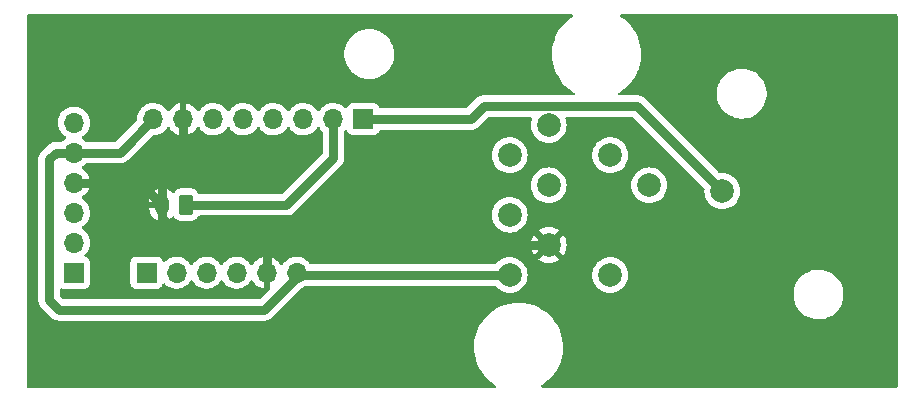
<source format=gtl>
%TF.GenerationSoftware,KiCad,Pcbnew,(6.0.0)*%
%TF.CreationDate,2022-01-10T19:28:16+00:00*%
%TF.ProjectId,DiscProgrammer,44697363-5072-46f6-9772-616d6d65722e,rev?*%
%TF.SameCoordinates,Original*%
%TF.FileFunction,Copper,L1,Top*%
%TF.FilePolarity,Positive*%
%FSLAX46Y46*%
G04 Gerber Fmt 4.6, Leading zero omitted, Abs format (unit mm)*
G04 Created by KiCad (PCBNEW (6.0.0)) date 2022-01-10 19:28:16*
%MOMM*%
%LPD*%
G01*
G04 APERTURE LIST*
G04 Aperture macros list*
%AMRoundRect*
0 Rectangle with rounded corners*
0 $1 Rounding radius*
0 $2 $3 $4 $5 $6 $7 $8 $9 X,Y pos of 4 corners*
0 Add a 4 corners polygon primitive as box body*
4,1,4,$2,$3,$4,$5,$6,$7,$8,$9,$2,$3,0*
0 Add four circle primitives for the rounded corners*
1,1,$1+$1,$2,$3*
1,1,$1+$1,$4,$5*
1,1,$1+$1,$6,$7*
1,1,$1+$1,$8,$9*
0 Add four rect primitives between the rounded corners*
20,1,$1+$1,$2,$3,$4,$5,0*
20,1,$1+$1,$4,$5,$6,$7,0*
20,1,$1+$1,$6,$7,$8,$9,0*
20,1,$1+$1,$8,$9,$2,$3,0*%
G04 Aperture macros list end*
%TA.AperFunction,ComponentPad*%
%ADD10R,1.700000X1.700000*%
%TD*%
%TA.AperFunction,ComponentPad*%
%ADD11O,1.700000X1.700000*%
%TD*%
%TA.AperFunction,ComponentPad*%
%ADD12C,2.000000*%
%TD*%
%TA.AperFunction,ComponentPad*%
%ADD13RoundRect,0.250000X0.350000X0.625000X-0.350000X0.625000X-0.350000X-0.625000X0.350000X-0.625000X0*%
%TD*%
%TA.AperFunction,ComponentPad*%
%ADD14O,1.200000X1.750000*%
%TD*%
%TA.AperFunction,Conductor*%
%ADD15C,0.800000*%
%TD*%
%TA.AperFunction,Conductor*%
%ADD16C,0.250000*%
%TD*%
G04 APERTURE END LIST*
D10*
%TO.P,J4,1,Pin_1*%
%TO.N,unconnected-(J4-Pad1)*%
X52000000Y-48000000D03*
D11*
%TO.P,J4,2,Pin_2*%
%TO.N,Net-(J1-Pad5)*%
X52000000Y-45460000D03*
%TO.P,J4,3,Pin_3*%
%TO.N,Net-(J1-Pad6)*%
X52000000Y-42920000D03*
%TO.P,J4,4,Pin_4*%
%TO.N,GND*%
X52000000Y-40380000D03*
%TO.P,J4,5,Pin_5*%
%TO.N,+3V3*%
X52000000Y-37840000D03*
%TO.P,J4,6,Pin_6*%
%TO.N,Net-(J4-Pad6)*%
X52000000Y-35300000D03*
%TD*%
D10*
%TO.P,J3,1,Pin_1*%
%TO.N,Net-(J13-Pad1)*%
X58150000Y-48000000D03*
D11*
%TO.P,J3,2,Pin_2*%
%TO.N,Net-(J12-Pad1)*%
X60690000Y-48000000D03*
%TO.P,J3,3,Pin_3*%
%TO.N,Net-(J11-Pad1)*%
X63230000Y-48000000D03*
%TO.P,J3,4,Pin_4*%
%TO.N,Net-(J10-Pad1)*%
X65770000Y-48000000D03*
%TO.P,J3,5,Pin_5*%
%TO.N,GND*%
X68310000Y-48000000D03*
%TO.P,J3,6,Pin_6*%
%TO.N,+3V3*%
X70850000Y-48000000D03*
%TD*%
D10*
%TO.P,J1,1,Pin_1*%
%TO.N,+BATT*%
X76500000Y-35000000D03*
D11*
%TO.P,J1,2,Pin_2*%
%TO.N,+4V*%
X73960000Y-35000000D03*
%TO.P,J1,3,Pin_3*%
%TO.N,unconnected-(J1-Pad3)*%
X71420000Y-35000000D03*
%TO.P,J1,4,Pin_4*%
%TO.N,unconnected-(J1-Pad4)*%
X68880000Y-35000000D03*
%TO.P,J1,5,Pin_5*%
%TO.N,Net-(J1-Pad5)*%
X66340000Y-35000000D03*
%TO.P,J1,6,Pin_6*%
%TO.N,Net-(J1-Pad6)*%
X63800000Y-35000000D03*
%TO.P,J1,7,Pin_7*%
%TO.N,GND*%
X61260000Y-35000000D03*
%TO.P,J1,8,Pin_8*%
%TO.N,+3V3*%
X58720000Y-35000000D03*
%TD*%
D12*
%TO.P,J14,1,Pin_1*%
%TO.N,+BATT*%
X106900000Y-41100000D03*
%TD*%
%TO.P,J13,1,Pin_1*%
%TO.N,Net-(J13-Pad1)*%
X92200000Y-35500000D03*
%TD*%
%TO.P,J12,1,Pin_1*%
%TO.N,Net-(J12-Pad1)*%
X88900000Y-38050000D03*
%TD*%
%TO.P,J11,1,Pin_1*%
%TO.N,Net-(J11-Pad1)*%
X92200000Y-40600000D03*
%TD*%
%TO.P,J10,1,Pin_1*%
%TO.N,Net-(J10-Pad1)*%
X88900000Y-43100000D03*
%TD*%
%TO.P,J9,1,Pin_1*%
%TO.N,Net-(J1-Pad5)*%
X97400000Y-38050000D03*
%TD*%
%TO.P,J8,1,Pin_1*%
%TO.N,Net-(J1-Pad6)*%
X100700000Y-40600000D03*
%TD*%
%TO.P,J7,1,Pin_1*%
%TO.N,GND*%
X92200000Y-45650000D03*
%TD*%
%TO.P,J6,1,Pin_1*%
%TO.N,+3V3*%
X88900000Y-48200000D03*
%TD*%
%TO.P,J5,1,Pin_1*%
%TO.N,Net-(J4-Pad6)*%
X97400000Y-48200000D03*
%TD*%
D13*
%TO.P,J2,1,Pin_1*%
%TO.N,+4V*%
X61500000Y-42250000D03*
D14*
%TO.P,J2,2,Pin_2*%
%TO.N,GND*%
X59500000Y-42250000D03*
%TD*%
D15*
%TO.N,+BATT*%
X99700489Y-33900489D02*
X106900000Y-41100000D01*
X85600000Y-35000000D02*
X86699511Y-33900489D01*
X76500000Y-35000000D02*
X85600000Y-35000000D01*
X86699511Y-33900489D02*
X99700489Y-33900489D01*
%TO.N,+3V3*%
X50750000Y-51150000D02*
X68100000Y-51150000D01*
X49900000Y-50300000D02*
X50750000Y-51150000D01*
X49900000Y-38400000D02*
X49900000Y-50300000D01*
X50460000Y-37840000D02*
X49900000Y-38400000D01*
X52000000Y-37840000D02*
X50460000Y-37840000D01*
X68100000Y-51150000D02*
X71050000Y-48200000D01*
D16*
X71050000Y-48200000D02*
X70850000Y-48000000D01*
D15*
X88900000Y-48200000D02*
X71050000Y-48200000D01*
%TO.N,+4V*%
X73960000Y-38290000D02*
X73960000Y-35000000D01*
X70000000Y-42250000D02*
X73960000Y-38290000D01*
X61500000Y-42250000D02*
X70000000Y-42250000D01*
%TO.N,GND*%
X69150000Y-45650000D02*
X92200000Y-45650000D01*
X67750000Y-44250000D02*
X69150000Y-45650000D01*
X59500000Y-42250000D02*
X59500000Y-39250000D01*
X59500000Y-39250000D02*
X61260000Y-37490000D01*
X61260000Y-37490000D02*
X61260000Y-35000000D01*
X68310000Y-44810000D02*
X68310000Y-48000000D01*
X67750000Y-44250000D02*
X68310000Y-44810000D01*
X60375000Y-44250000D02*
X67750000Y-44250000D01*
X59500000Y-43375000D02*
X60375000Y-44250000D01*
X59500000Y-42250000D02*
X59500000Y-43375000D01*
%TO.N,+3V3*%
X55880000Y-37840000D02*
X58720000Y-35000000D01*
X52000000Y-37840000D02*
X55880000Y-37840000D01*
%TO.N,GND*%
X57630000Y-40380000D02*
X59500000Y-42250000D01*
X52000000Y-40380000D02*
X57630000Y-40380000D01*
%TD*%
%TA.AperFunction,Conductor*%
%TO.N,GND*%
G36*
X94215004Y-26128002D02*
G01*
X94261497Y-26181658D01*
X94271601Y-26251932D01*
X94242107Y-26316512D01*
X94214490Y-26340326D01*
X94069881Y-26432275D01*
X93766090Y-26672625D01*
X93488615Y-26942929D01*
X93240395Y-27240324D01*
X93238590Y-27243005D01*
X93238584Y-27243013D01*
X93025869Y-27558970D01*
X93024059Y-27561659D01*
X92841901Y-27903530D01*
X92840678Y-27906535D01*
X92840674Y-27906543D01*
X92775550Y-28066525D01*
X92695849Y-28262314D01*
X92587451Y-28634210D01*
X92517855Y-29015279D01*
X92517603Y-29018514D01*
X92517603Y-29018516D01*
X92492510Y-29340964D01*
X92487800Y-29401483D01*
X92497602Y-29788731D01*
X92498017Y-29791946D01*
X92498017Y-29791950D01*
X92516490Y-29935159D01*
X92547158Y-30172920D01*
X92547898Y-30176063D01*
X92547899Y-30176068D01*
X92553295Y-30198984D01*
X92635944Y-30549980D01*
X92637011Y-30553052D01*
X92727776Y-30814426D01*
X92763019Y-30915916D01*
X92927036Y-31266852D01*
X92951561Y-31307750D01*
X93123317Y-31594165D01*
X93126257Y-31599068D01*
X93128203Y-31601665D01*
X93128206Y-31601669D01*
X93244611Y-31756987D01*
X93358573Y-31909046D01*
X93621521Y-32193502D01*
X93623955Y-32195644D01*
X93888117Y-32428124D01*
X93912317Y-32449422D01*
X93914959Y-32451303D01*
X93914964Y-32451307D01*
X94080927Y-32569469D01*
X94227878Y-32674095D01*
X94230694Y-32675692D01*
X94230698Y-32675694D01*
X94373017Y-32756378D01*
X94422412Y-32807375D01*
X94436396Y-32876981D01*
X94410527Y-32943097D01*
X94353020Y-32984732D01*
X94310876Y-32991989D01*
X86780927Y-32991989D01*
X86761218Y-32990438D01*
X86747320Y-32988237D01*
X86740733Y-32988582D01*
X86740728Y-32988582D01*
X86679030Y-32991816D01*
X86672436Y-32991989D01*
X86651901Y-32991989D01*
X86645733Y-32992637D01*
X86631471Y-32994136D01*
X86624896Y-32994653D01*
X86563207Y-32997886D01*
X86563206Y-32997886D01*
X86556607Y-32998232D01*
X86543019Y-33001873D01*
X86523572Y-33005477D01*
X86516155Y-33006256D01*
X86516151Y-33006257D01*
X86509583Y-33006947D01*
X86503154Y-33009036D01*
X86444520Y-33028087D01*
X86438196Y-33029960D01*
X86378521Y-33045950D01*
X86378517Y-33045951D01*
X86372141Y-33047660D01*
X86366259Y-33050657D01*
X86359604Y-33054048D01*
X86341337Y-33061614D01*
X86334239Y-33063920D01*
X86334237Y-33063921D01*
X86327955Y-33065962D01*
X86322233Y-33069265D01*
X86322232Y-33069266D01*
X86268729Y-33100156D01*
X86262934Y-33103303D01*
X86201981Y-33134360D01*
X86196853Y-33138513D01*
X86196851Y-33138514D01*
X86191045Y-33143216D01*
X86174748Y-33154416D01*
X86168287Y-33158146D01*
X86168283Y-33158149D01*
X86162567Y-33161449D01*
X86157661Y-33165866D01*
X86157656Y-33165870D01*
X86111742Y-33207211D01*
X86106727Y-33211495D01*
X86098229Y-33218377D01*
X86090770Y-33224417D01*
X86076255Y-33238932D01*
X86071470Y-33243473D01*
X86020645Y-33289236D01*
X86016766Y-33294575D01*
X86016765Y-33294576D01*
X86012371Y-33300624D01*
X85999530Y-33315657D01*
X85260592Y-34054595D01*
X85198280Y-34088621D01*
X85171497Y-34091500D01*
X77958498Y-34091500D01*
X77890377Y-34071498D01*
X77843884Y-34017842D01*
X77840516Y-34009730D01*
X77803767Y-33911703D01*
X77800615Y-33903295D01*
X77713261Y-33786739D01*
X77596705Y-33699385D01*
X77460316Y-33648255D01*
X77398134Y-33641500D01*
X75601866Y-33641500D01*
X75539684Y-33648255D01*
X75403295Y-33699385D01*
X75286739Y-33786739D01*
X75199385Y-33903295D01*
X75196233Y-33911703D01*
X75154919Y-34021907D01*
X75112277Y-34078671D01*
X75045716Y-34103371D01*
X74976367Y-34088163D01*
X74943743Y-34062476D01*
X74893151Y-34006875D01*
X74893142Y-34006866D01*
X74889670Y-34003051D01*
X74885619Y-33999852D01*
X74885615Y-33999848D01*
X74718414Y-33867800D01*
X74718410Y-33867798D01*
X74714359Y-33864598D01*
X74678028Y-33844542D01*
X74607346Y-33805524D01*
X74518789Y-33756638D01*
X74513920Y-33754914D01*
X74513916Y-33754912D01*
X74313087Y-33683795D01*
X74313083Y-33683794D01*
X74308212Y-33682069D01*
X74303119Y-33681162D01*
X74303116Y-33681161D01*
X74093373Y-33643800D01*
X74093367Y-33643799D01*
X74088284Y-33642894D01*
X74014452Y-33641992D01*
X73870081Y-33640228D01*
X73870079Y-33640228D01*
X73864911Y-33640165D01*
X73644091Y-33673955D01*
X73431756Y-33743357D01*
X73233607Y-33846507D01*
X73229474Y-33849610D01*
X73229471Y-33849612D01*
X73059100Y-33977530D01*
X73054965Y-33980635D01*
X73029541Y-34007240D01*
X72961280Y-34078671D01*
X72900629Y-34142138D01*
X72793201Y-34299621D01*
X72738293Y-34344621D01*
X72667768Y-34352792D01*
X72604021Y-34321538D01*
X72583324Y-34297054D01*
X72502822Y-34172617D01*
X72502820Y-34172614D01*
X72500014Y-34168277D01*
X72349670Y-34003051D01*
X72345619Y-33999852D01*
X72345615Y-33999848D01*
X72178414Y-33867800D01*
X72178410Y-33867798D01*
X72174359Y-33864598D01*
X72138028Y-33844542D01*
X72067346Y-33805524D01*
X71978789Y-33756638D01*
X71973920Y-33754914D01*
X71973916Y-33754912D01*
X71773087Y-33683795D01*
X71773083Y-33683794D01*
X71768212Y-33682069D01*
X71763119Y-33681162D01*
X71763116Y-33681161D01*
X71553373Y-33643800D01*
X71553367Y-33643799D01*
X71548284Y-33642894D01*
X71474452Y-33641992D01*
X71330081Y-33640228D01*
X71330079Y-33640228D01*
X71324911Y-33640165D01*
X71104091Y-33673955D01*
X70891756Y-33743357D01*
X70693607Y-33846507D01*
X70689474Y-33849610D01*
X70689471Y-33849612D01*
X70519100Y-33977530D01*
X70514965Y-33980635D01*
X70489541Y-34007240D01*
X70421280Y-34078671D01*
X70360629Y-34142138D01*
X70253201Y-34299621D01*
X70198293Y-34344621D01*
X70127768Y-34352792D01*
X70064021Y-34321538D01*
X70043324Y-34297054D01*
X69962822Y-34172617D01*
X69962820Y-34172614D01*
X69960014Y-34168277D01*
X69809670Y-34003051D01*
X69805619Y-33999852D01*
X69805615Y-33999848D01*
X69638414Y-33867800D01*
X69638410Y-33867798D01*
X69634359Y-33864598D01*
X69598028Y-33844542D01*
X69527346Y-33805524D01*
X69438789Y-33756638D01*
X69433920Y-33754914D01*
X69433916Y-33754912D01*
X69233087Y-33683795D01*
X69233083Y-33683794D01*
X69228212Y-33682069D01*
X69223119Y-33681162D01*
X69223116Y-33681161D01*
X69013373Y-33643800D01*
X69013367Y-33643799D01*
X69008284Y-33642894D01*
X68934452Y-33641992D01*
X68790081Y-33640228D01*
X68790079Y-33640228D01*
X68784911Y-33640165D01*
X68564091Y-33673955D01*
X68351756Y-33743357D01*
X68153607Y-33846507D01*
X68149474Y-33849610D01*
X68149471Y-33849612D01*
X67979100Y-33977530D01*
X67974965Y-33980635D01*
X67949541Y-34007240D01*
X67881280Y-34078671D01*
X67820629Y-34142138D01*
X67713201Y-34299621D01*
X67658293Y-34344621D01*
X67587768Y-34352792D01*
X67524021Y-34321538D01*
X67503324Y-34297054D01*
X67422822Y-34172617D01*
X67422820Y-34172614D01*
X67420014Y-34168277D01*
X67269670Y-34003051D01*
X67265619Y-33999852D01*
X67265615Y-33999848D01*
X67098414Y-33867800D01*
X67098410Y-33867798D01*
X67094359Y-33864598D01*
X67058028Y-33844542D01*
X66987346Y-33805524D01*
X66898789Y-33756638D01*
X66893920Y-33754914D01*
X66893916Y-33754912D01*
X66693087Y-33683795D01*
X66693083Y-33683794D01*
X66688212Y-33682069D01*
X66683119Y-33681162D01*
X66683116Y-33681161D01*
X66473373Y-33643800D01*
X66473367Y-33643799D01*
X66468284Y-33642894D01*
X66394452Y-33641992D01*
X66250081Y-33640228D01*
X66250079Y-33640228D01*
X66244911Y-33640165D01*
X66024091Y-33673955D01*
X65811756Y-33743357D01*
X65613607Y-33846507D01*
X65609474Y-33849610D01*
X65609471Y-33849612D01*
X65439100Y-33977530D01*
X65434965Y-33980635D01*
X65409541Y-34007240D01*
X65341280Y-34078671D01*
X65280629Y-34142138D01*
X65173201Y-34299621D01*
X65118293Y-34344621D01*
X65047768Y-34352792D01*
X64984021Y-34321538D01*
X64963324Y-34297054D01*
X64882822Y-34172617D01*
X64882820Y-34172614D01*
X64880014Y-34168277D01*
X64729670Y-34003051D01*
X64725619Y-33999852D01*
X64725615Y-33999848D01*
X64558414Y-33867800D01*
X64558410Y-33867798D01*
X64554359Y-33864598D01*
X64518028Y-33844542D01*
X64447346Y-33805524D01*
X64358789Y-33756638D01*
X64353920Y-33754914D01*
X64353916Y-33754912D01*
X64153087Y-33683795D01*
X64153083Y-33683794D01*
X64148212Y-33682069D01*
X64143119Y-33681162D01*
X64143116Y-33681161D01*
X63933373Y-33643800D01*
X63933367Y-33643799D01*
X63928284Y-33642894D01*
X63854452Y-33641992D01*
X63710081Y-33640228D01*
X63710079Y-33640228D01*
X63704911Y-33640165D01*
X63484091Y-33673955D01*
X63271756Y-33743357D01*
X63073607Y-33846507D01*
X63069474Y-33849610D01*
X63069471Y-33849612D01*
X62899100Y-33977530D01*
X62894965Y-33980635D01*
X62869541Y-34007240D01*
X62801280Y-34078671D01*
X62740629Y-34142138D01*
X62737720Y-34146403D01*
X62737714Y-34146411D01*
X62722798Y-34168277D01*
X62633204Y-34299618D01*
X62632898Y-34300066D01*
X62577987Y-34345069D01*
X62507462Y-34353240D01*
X62443715Y-34321986D01*
X62423018Y-34297502D01*
X62342426Y-34172926D01*
X62336136Y-34164757D01*
X62192806Y-34007240D01*
X62185273Y-34000215D01*
X62018139Y-33868222D01*
X62009552Y-33862517D01*
X61823117Y-33759599D01*
X61813705Y-33755369D01*
X61612959Y-33684280D01*
X61602988Y-33681646D01*
X61531837Y-33668972D01*
X61518540Y-33670432D01*
X61514000Y-33684989D01*
X61514000Y-36318517D01*
X61518064Y-36332359D01*
X61531478Y-36334393D01*
X61538184Y-36333534D01*
X61548262Y-36331392D01*
X61752255Y-36270191D01*
X61761842Y-36266433D01*
X61953095Y-36172739D01*
X61961945Y-36167464D01*
X62135328Y-36043792D01*
X62143200Y-36037139D01*
X62294052Y-35886812D01*
X62300730Y-35878965D01*
X62428022Y-35701819D01*
X62429279Y-35702722D01*
X62476373Y-35659362D01*
X62546311Y-35647145D01*
X62611751Y-35674678D01*
X62639579Y-35706511D01*
X62699987Y-35805088D01*
X62846250Y-35973938D01*
X63018126Y-36116632D01*
X63211000Y-36229338D01*
X63419692Y-36309030D01*
X63424760Y-36310061D01*
X63424763Y-36310062D01*
X63519862Y-36329410D01*
X63638597Y-36353567D01*
X63643772Y-36353757D01*
X63643774Y-36353757D01*
X63856673Y-36361564D01*
X63856677Y-36361564D01*
X63861837Y-36361753D01*
X63866957Y-36361097D01*
X63866959Y-36361097D01*
X64078288Y-36334025D01*
X64078289Y-36334025D01*
X64083416Y-36333368D01*
X64088366Y-36331883D01*
X64292429Y-36270661D01*
X64292434Y-36270659D01*
X64297384Y-36269174D01*
X64497994Y-36170896D01*
X64679860Y-36041173D01*
X64838096Y-35883489D01*
X64933276Y-35751032D01*
X64968453Y-35702077D01*
X64969776Y-35703028D01*
X65016645Y-35659857D01*
X65086580Y-35647625D01*
X65152026Y-35675144D01*
X65179875Y-35706994D01*
X65239987Y-35805088D01*
X65386250Y-35973938D01*
X65558126Y-36116632D01*
X65751000Y-36229338D01*
X65959692Y-36309030D01*
X65964760Y-36310061D01*
X65964763Y-36310062D01*
X66059862Y-36329410D01*
X66178597Y-36353567D01*
X66183772Y-36353757D01*
X66183774Y-36353757D01*
X66396673Y-36361564D01*
X66396677Y-36361564D01*
X66401837Y-36361753D01*
X66406957Y-36361097D01*
X66406959Y-36361097D01*
X66618288Y-36334025D01*
X66618289Y-36334025D01*
X66623416Y-36333368D01*
X66628366Y-36331883D01*
X66832429Y-36270661D01*
X66832434Y-36270659D01*
X66837384Y-36269174D01*
X67037994Y-36170896D01*
X67219860Y-36041173D01*
X67378096Y-35883489D01*
X67473276Y-35751032D01*
X67508453Y-35702077D01*
X67509776Y-35703028D01*
X67556645Y-35659857D01*
X67626580Y-35647625D01*
X67692026Y-35675144D01*
X67719875Y-35706994D01*
X67779987Y-35805088D01*
X67926250Y-35973938D01*
X68098126Y-36116632D01*
X68291000Y-36229338D01*
X68499692Y-36309030D01*
X68504760Y-36310061D01*
X68504763Y-36310062D01*
X68599862Y-36329410D01*
X68718597Y-36353567D01*
X68723772Y-36353757D01*
X68723774Y-36353757D01*
X68936673Y-36361564D01*
X68936677Y-36361564D01*
X68941837Y-36361753D01*
X68946957Y-36361097D01*
X68946959Y-36361097D01*
X69158288Y-36334025D01*
X69158289Y-36334025D01*
X69163416Y-36333368D01*
X69168366Y-36331883D01*
X69372429Y-36270661D01*
X69372434Y-36270659D01*
X69377384Y-36269174D01*
X69577994Y-36170896D01*
X69759860Y-36041173D01*
X69918096Y-35883489D01*
X70013276Y-35751032D01*
X70048453Y-35702077D01*
X70049776Y-35703028D01*
X70096645Y-35659857D01*
X70166580Y-35647625D01*
X70232026Y-35675144D01*
X70259875Y-35706994D01*
X70319987Y-35805088D01*
X70466250Y-35973938D01*
X70638126Y-36116632D01*
X70831000Y-36229338D01*
X71039692Y-36309030D01*
X71044760Y-36310061D01*
X71044763Y-36310062D01*
X71139862Y-36329410D01*
X71258597Y-36353567D01*
X71263772Y-36353757D01*
X71263774Y-36353757D01*
X71476673Y-36361564D01*
X71476677Y-36361564D01*
X71481837Y-36361753D01*
X71486957Y-36361097D01*
X71486959Y-36361097D01*
X71698288Y-36334025D01*
X71698289Y-36334025D01*
X71703416Y-36333368D01*
X71708366Y-36331883D01*
X71912429Y-36270661D01*
X71912434Y-36270659D01*
X71917384Y-36269174D01*
X72117994Y-36170896D01*
X72299860Y-36041173D01*
X72458096Y-35883489D01*
X72553276Y-35751032D01*
X72588453Y-35702077D01*
X72589776Y-35703028D01*
X72636645Y-35659857D01*
X72706580Y-35647625D01*
X72772026Y-35675144D01*
X72799875Y-35706994D01*
X72859987Y-35805088D01*
X72863367Y-35808990D01*
X73002866Y-35970032D01*
X73002869Y-35970035D01*
X73006250Y-35973938D01*
X73010224Y-35977237D01*
X73013658Y-35980600D01*
X73048334Y-36042553D01*
X73051500Y-36070623D01*
X73051500Y-37861497D01*
X73031498Y-37929618D01*
X73014595Y-37950592D01*
X69660592Y-41304595D01*
X69598280Y-41338621D01*
X69571497Y-41341500D01*
X62636781Y-41341500D01*
X62568660Y-41321498D01*
X62529637Y-41281803D01*
X62452332Y-41156880D01*
X62448478Y-41150652D01*
X62323303Y-41025695D01*
X62317072Y-41021854D01*
X62178968Y-40936725D01*
X62178966Y-40936724D01*
X62172738Y-40932885D01*
X62064005Y-40896820D01*
X62011389Y-40879368D01*
X62011387Y-40879368D01*
X62004861Y-40877203D01*
X61998025Y-40876503D01*
X61998022Y-40876502D01*
X61954969Y-40872091D01*
X61900400Y-40866500D01*
X61099600Y-40866500D01*
X61096354Y-40866837D01*
X61096350Y-40866837D01*
X61000692Y-40876762D01*
X61000688Y-40876763D01*
X60993834Y-40877474D01*
X60987298Y-40879655D01*
X60987296Y-40879655D01*
X60923117Y-40901067D01*
X60826054Y-40933450D01*
X60675652Y-41026522D01*
X60550695Y-41151697D01*
X60546853Y-41157929D01*
X60546852Y-41157931D01*
X60518645Y-41203690D01*
X60465873Y-41251183D01*
X60395801Y-41262605D01*
X60330677Y-41234331D01*
X60312298Y-41215403D01*
X60309738Y-41212144D01*
X60301501Y-41203494D01*
X60150877Y-41072788D01*
X60141153Y-41065853D01*
X59968533Y-40965990D01*
X59957669Y-40961016D01*
X59769273Y-40895593D01*
X59768284Y-40895352D01*
X59757992Y-40896820D01*
X59754000Y-40910385D01*
X59754000Y-43585402D01*
X59757973Y-43598933D01*
X59767399Y-43600288D01*
X59856537Y-43578806D01*
X59867832Y-43574917D01*
X60049382Y-43492371D01*
X60059724Y-43486424D01*
X60222397Y-43371032D01*
X60231425Y-43363239D01*
X60318535Y-43272243D01*
X60380090Y-43236867D01*
X60451000Y-43240386D01*
X60508750Y-43281683D01*
X60516685Y-43293053D01*
X60551522Y-43349348D01*
X60676697Y-43474305D01*
X60682927Y-43478145D01*
X60682928Y-43478146D01*
X60820233Y-43562782D01*
X60827262Y-43567115D01*
X60882396Y-43585402D01*
X60988611Y-43620632D01*
X60988613Y-43620632D01*
X60995139Y-43622797D01*
X61001975Y-43623497D01*
X61001978Y-43623498D01*
X61045031Y-43627909D01*
X61099600Y-43633500D01*
X61900400Y-43633500D01*
X61903646Y-43633163D01*
X61903650Y-43633163D01*
X61999308Y-43623238D01*
X61999312Y-43623237D01*
X62006166Y-43622526D01*
X62012702Y-43620345D01*
X62012704Y-43620345D01*
X62157110Y-43572167D01*
X62173946Y-43566550D01*
X62324348Y-43473478D01*
X62449305Y-43348303D01*
X62453484Y-43341524D01*
X62529389Y-43218384D01*
X62582162Y-43170890D01*
X62636649Y-43158500D01*
X69918583Y-43158500D01*
X69938292Y-43160051D01*
X69952190Y-43162252D01*
X69958777Y-43161907D01*
X69958782Y-43161907D01*
X70020480Y-43158673D01*
X70027074Y-43158500D01*
X70047610Y-43158500D01*
X70050882Y-43158156D01*
X70050884Y-43158156D01*
X70068042Y-43156353D01*
X70074616Y-43155836D01*
X70136308Y-43152603D01*
X70136312Y-43152602D01*
X70142903Y-43152257D01*
X70149284Y-43150547D01*
X70149286Y-43150547D01*
X70156491Y-43148617D01*
X70175925Y-43145015D01*
X70183354Y-43144234D01*
X70183363Y-43144232D01*
X70189928Y-43143542D01*
X70254997Y-43122400D01*
X70261299Y-43120533D01*
X70327370Y-43102829D01*
X70332922Y-43100000D01*
X87386835Y-43100000D01*
X87405465Y-43336711D01*
X87406619Y-43341518D01*
X87406620Y-43341524D01*
X87427010Y-43426453D01*
X87460895Y-43567594D01*
X87462788Y-43572165D01*
X87462789Y-43572167D01*
X87526131Y-43725088D01*
X87551760Y-43786963D01*
X87554346Y-43791183D01*
X87673241Y-43985202D01*
X87673245Y-43985208D01*
X87675824Y-43989416D01*
X87830031Y-44169969D01*
X88010584Y-44324176D01*
X88014792Y-44326755D01*
X88014798Y-44326759D01*
X88182799Y-44429710D01*
X88213037Y-44448240D01*
X88217607Y-44450133D01*
X88217611Y-44450135D01*
X88427833Y-44537211D01*
X88432406Y-44539105D01*
X88512609Y-44558360D01*
X88658476Y-44593380D01*
X88658482Y-44593381D01*
X88663289Y-44594535D01*
X88900000Y-44613165D01*
X89136711Y-44594535D01*
X89141518Y-44593381D01*
X89141524Y-44593380D01*
X89287391Y-44558360D01*
X89367594Y-44539105D01*
X89372167Y-44537211D01*
X89582389Y-44450135D01*
X89582393Y-44450133D01*
X89586963Y-44448240D01*
X89617201Y-44429710D01*
X89636490Y-44417890D01*
X91332093Y-44417890D01*
X91335876Y-44426666D01*
X92187188Y-45277978D01*
X92201132Y-45285592D01*
X92202965Y-45285461D01*
X92209580Y-45281210D01*
X93061080Y-44429710D01*
X93067840Y-44417330D01*
X93062113Y-44409680D01*
X92890958Y-44304795D01*
X92882163Y-44300313D01*
X92672012Y-44213266D01*
X92662627Y-44210217D01*
X92441446Y-44157115D01*
X92431699Y-44155572D01*
X92204930Y-44137725D01*
X92195070Y-44137725D01*
X91968301Y-44155572D01*
X91958554Y-44157115D01*
X91737373Y-44210217D01*
X91727988Y-44213266D01*
X91517837Y-44300313D01*
X91509042Y-44304795D01*
X91341555Y-44407432D01*
X91332093Y-44417890D01*
X89636490Y-44417890D01*
X89785202Y-44326759D01*
X89785208Y-44326755D01*
X89789416Y-44324176D01*
X89969969Y-44169969D01*
X90124176Y-43989416D01*
X90126755Y-43985208D01*
X90126759Y-43985202D01*
X90245654Y-43791183D01*
X90248240Y-43786963D01*
X90273870Y-43725088D01*
X90337211Y-43572167D01*
X90337212Y-43572165D01*
X90339105Y-43567594D01*
X90372990Y-43426453D01*
X90393380Y-43341524D01*
X90393381Y-43341518D01*
X90394535Y-43336711D01*
X90413165Y-43100000D01*
X90394535Y-42863289D01*
X90392765Y-42855913D01*
X90340260Y-42637218D01*
X90339105Y-42632406D01*
X90331135Y-42613165D01*
X90250135Y-42417611D01*
X90250133Y-42417607D01*
X90248240Y-42413037D01*
X90245654Y-42408817D01*
X90126759Y-42214798D01*
X90126755Y-42214792D01*
X90124176Y-42210584D01*
X89969969Y-42030031D01*
X89789416Y-41875824D01*
X89785208Y-41873245D01*
X89785202Y-41873241D01*
X89591183Y-41754346D01*
X89586963Y-41751760D01*
X89582393Y-41749867D01*
X89582389Y-41749865D01*
X89372167Y-41662789D01*
X89372165Y-41662788D01*
X89367594Y-41660895D01*
X89287391Y-41641640D01*
X89141524Y-41606620D01*
X89141518Y-41606619D01*
X89136711Y-41605465D01*
X88900000Y-41586835D01*
X88663289Y-41605465D01*
X88658482Y-41606619D01*
X88658476Y-41606620D01*
X88512609Y-41641640D01*
X88432406Y-41660895D01*
X88427835Y-41662788D01*
X88427833Y-41662789D01*
X88217611Y-41749865D01*
X88217607Y-41749867D01*
X88213037Y-41751760D01*
X88208817Y-41754346D01*
X88014798Y-41873241D01*
X88014792Y-41873245D01*
X88010584Y-41875824D01*
X87830031Y-42030031D01*
X87675824Y-42210584D01*
X87673245Y-42214792D01*
X87673241Y-42214798D01*
X87554346Y-42408817D01*
X87551760Y-42413037D01*
X87549867Y-42417607D01*
X87549865Y-42417611D01*
X87468865Y-42613165D01*
X87460895Y-42632406D01*
X87459740Y-42637218D01*
X87407236Y-42855913D01*
X87405465Y-42863289D01*
X87386835Y-43100000D01*
X70332922Y-43100000D01*
X70339908Y-43096440D01*
X70358174Y-43088875D01*
X70365272Y-43086569D01*
X70365274Y-43086568D01*
X70371556Y-43084527D01*
X70430785Y-43050331D01*
X70436579Y-43047185D01*
X70468018Y-43031166D01*
X70497530Y-43016129D01*
X70508467Y-43007273D01*
X70524763Y-42996073D01*
X70531224Y-42992343D01*
X70531228Y-42992340D01*
X70536944Y-42989040D01*
X70541850Y-42984623D01*
X70541855Y-42984619D01*
X70587769Y-42943278D01*
X70592784Y-42938994D01*
X70606177Y-42928148D01*
X70608741Y-42926072D01*
X70623256Y-42911557D01*
X70628041Y-42907016D01*
X70673957Y-42865673D01*
X70678866Y-42861253D01*
X70687140Y-42849865D01*
X70699981Y-42834832D01*
X72934813Y-40600000D01*
X90686835Y-40600000D01*
X90705465Y-40836711D01*
X90706619Y-40841518D01*
X90706620Y-40841524D01*
X90726681Y-40925083D01*
X90760895Y-41067594D01*
X90762788Y-41072165D01*
X90762789Y-41072167D01*
X90849623Y-41281803D01*
X90851760Y-41286963D01*
X90854346Y-41291183D01*
X90973241Y-41485202D01*
X90973245Y-41485208D01*
X90975824Y-41489416D01*
X91130031Y-41669969D01*
X91310584Y-41824176D01*
X91314792Y-41826755D01*
X91314798Y-41826759D01*
X91508817Y-41945654D01*
X91513037Y-41948240D01*
X91517607Y-41950133D01*
X91517611Y-41950135D01*
X91702754Y-42026823D01*
X91732406Y-42039105D01*
X91812609Y-42058360D01*
X91958476Y-42093380D01*
X91958482Y-42093381D01*
X91963289Y-42094535D01*
X92200000Y-42113165D01*
X92436711Y-42094535D01*
X92441518Y-42093381D01*
X92441524Y-42093380D01*
X92587391Y-42058360D01*
X92667594Y-42039105D01*
X92697246Y-42026823D01*
X92882389Y-41950135D01*
X92882393Y-41950133D01*
X92886963Y-41948240D01*
X92891183Y-41945654D01*
X93085202Y-41826759D01*
X93085208Y-41826755D01*
X93089416Y-41824176D01*
X93269969Y-41669969D01*
X93424176Y-41489416D01*
X93426755Y-41485208D01*
X93426759Y-41485202D01*
X93545654Y-41291183D01*
X93548240Y-41286963D01*
X93550378Y-41281803D01*
X93637211Y-41072167D01*
X93637212Y-41072165D01*
X93639105Y-41067594D01*
X93673319Y-40925083D01*
X93693380Y-40841524D01*
X93693381Y-40841518D01*
X93694535Y-40836711D01*
X93713165Y-40600000D01*
X99186835Y-40600000D01*
X99205465Y-40836711D01*
X99206619Y-40841518D01*
X99206620Y-40841524D01*
X99226681Y-40925083D01*
X99260895Y-41067594D01*
X99262788Y-41072165D01*
X99262789Y-41072167D01*
X99349623Y-41281803D01*
X99351760Y-41286963D01*
X99354346Y-41291183D01*
X99473241Y-41485202D01*
X99473245Y-41485208D01*
X99475824Y-41489416D01*
X99630031Y-41669969D01*
X99810584Y-41824176D01*
X99814792Y-41826755D01*
X99814798Y-41826759D01*
X100008817Y-41945654D01*
X100013037Y-41948240D01*
X100017607Y-41950133D01*
X100017611Y-41950135D01*
X100202754Y-42026823D01*
X100232406Y-42039105D01*
X100312609Y-42058360D01*
X100458476Y-42093380D01*
X100458482Y-42093381D01*
X100463289Y-42094535D01*
X100700000Y-42113165D01*
X100936711Y-42094535D01*
X100941518Y-42093381D01*
X100941524Y-42093380D01*
X101087391Y-42058360D01*
X101167594Y-42039105D01*
X101197246Y-42026823D01*
X101382389Y-41950135D01*
X101382393Y-41950133D01*
X101386963Y-41948240D01*
X101391183Y-41945654D01*
X101585202Y-41826759D01*
X101585208Y-41826755D01*
X101589416Y-41824176D01*
X101769969Y-41669969D01*
X101924176Y-41489416D01*
X101926755Y-41485208D01*
X101926759Y-41485202D01*
X102045654Y-41291183D01*
X102048240Y-41286963D01*
X102050378Y-41281803D01*
X102137211Y-41072167D01*
X102137212Y-41072165D01*
X102139105Y-41067594D01*
X102173319Y-40925083D01*
X102193380Y-40841524D01*
X102193381Y-40841518D01*
X102194535Y-40836711D01*
X102213165Y-40600000D01*
X102194535Y-40363289D01*
X102139105Y-40132406D01*
X102096700Y-40030031D01*
X102050135Y-39917611D01*
X102050133Y-39917607D01*
X102048240Y-39913037D01*
X102045654Y-39908817D01*
X101926759Y-39714798D01*
X101926755Y-39714792D01*
X101924176Y-39710584D01*
X101769969Y-39530031D01*
X101589416Y-39375824D01*
X101585208Y-39373245D01*
X101585202Y-39373241D01*
X101391183Y-39254346D01*
X101386963Y-39251760D01*
X101382393Y-39249867D01*
X101382389Y-39249865D01*
X101172167Y-39162789D01*
X101172165Y-39162788D01*
X101167594Y-39160895D01*
X101087391Y-39141640D01*
X100941524Y-39106620D01*
X100941518Y-39106619D01*
X100936711Y-39105465D01*
X100700000Y-39086835D01*
X100463289Y-39105465D01*
X100458482Y-39106619D01*
X100458476Y-39106620D01*
X100312609Y-39141640D01*
X100232406Y-39160895D01*
X100227835Y-39162788D01*
X100227833Y-39162789D01*
X100017611Y-39249865D01*
X100017607Y-39249867D01*
X100013037Y-39251760D01*
X100008817Y-39254346D01*
X99814798Y-39373241D01*
X99814792Y-39373245D01*
X99810584Y-39375824D01*
X99630031Y-39530031D01*
X99475824Y-39710584D01*
X99473245Y-39714792D01*
X99473241Y-39714798D01*
X99354346Y-39908817D01*
X99351760Y-39913037D01*
X99349867Y-39917607D01*
X99349865Y-39917611D01*
X99303300Y-40030031D01*
X99260895Y-40132406D01*
X99205465Y-40363289D01*
X99186835Y-40600000D01*
X93713165Y-40600000D01*
X93694535Y-40363289D01*
X93639105Y-40132406D01*
X93596700Y-40030031D01*
X93550135Y-39917611D01*
X93550133Y-39917607D01*
X93548240Y-39913037D01*
X93545654Y-39908817D01*
X93426759Y-39714798D01*
X93426755Y-39714792D01*
X93424176Y-39710584D01*
X93269969Y-39530031D01*
X93089416Y-39375824D01*
X93085208Y-39373245D01*
X93085202Y-39373241D01*
X92891183Y-39254346D01*
X92886963Y-39251760D01*
X92882393Y-39249867D01*
X92882389Y-39249865D01*
X92672167Y-39162789D01*
X92672165Y-39162788D01*
X92667594Y-39160895D01*
X92587391Y-39141640D01*
X92441524Y-39106620D01*
X92441518Y-39106619D01*
X92436711Y-39105465D01*
X92200000Y-39086835D01*
X91963289Y-39105465D01*
X91958482Y-39106619D01*
X91958476Y-39106620D01*
X91812609Y-39141640D01*
X91732406Y-39160895D01*
X91727835Y-39162788D01*
X91727833Y-39162789D01*
X91517611Y-39249865D01*
X91517607Y-39249867D01*
X91513037Y-39251760D01*
X91508817Y-39254346D01*
X91314798Y-39373241D01*
X91314792Y-39373245D01*
X91310584Y-39375824D01*
X91130031Y-39530031D01*
X90975824Y-39710584D01*
X90973245Y-39714792D01*
X90973241Y-39714798D01*
X90854346Y-39908817D01*
X90851760Y-39913037D01*
X90849867Y-39917607D01*
X90849865Y-39917611D01*
X90803300Y-40030031D01*
X90760895Y-40132406D01*
X90705465Y-40363289D01*
X90686835Y-40600000D01*
X72934813Y-40600000D01*
X74544832Y-38989981D01*
X74559865Y-38977140D01*
X74565913Y-38972746D01*
X74565914Y-38972745D01*
X74571253Y-38968866D01*
X74617016Y-38918041D01*
X74621557Y-38913256D01*
X74636072Y-38898741D01*
X74642112Y-38891282D01*
X74648994Y-38882784D01*
X74653278Y-38877769D01*
X74694619Y-38831855D01*
X74694623Y-38831850D01*
X74699040Y-38826944D01*
X74702340Y-38821228D01*
X74702343Y-38821224D01*
X74706073Y-38814763D01*
X74717273Y-38798466D01*
X74721975Y-38792660D01*
X74721976Y-38792658D01*
X74726129Y-38787530D01*
X74731845Y-38776313D01*
X74757188Y-38726574D01*
X74760336Y-38720777D01*
X74791224Y-38667277D01*
X74794527Y-38661556D01*
X74798875Y-38648174D01*
X74806438Y-38629915D01*
X74812830Y-38617370D01*
X74815040Y-38609125D01*
X74830535Y-38551294D01*
X74832409Y-38544969D01*
X74836926Y-38531069D01*
X74853542Y-38479928D01*
X74855014Y-38465925D01*
X74858615Y-38446496D01*
X74862257Y-38432903D01*
X74865836Y-38364616D01*
X74866353Y-38358042D01*
X74868156Y-38340884D01*
X74868156Y-38340882D01*
X74868500Y-38337610D01*
X74868500Y-38317074D01*
X74868673Y-38310480D01*
X74871907Y-38248782D01*
X74871907Y-38248777D01*
X74872252Y-38242190D01*
X74870051Y-38228293D01*
X74868500Y-38208583D01*
X74868500Y-38050000D01*
X87386835Y-38050000D01*
X87405465Y-38286711D01*
X87406619Y-38291518D01*
X87406620Y-38291524D01*
X87424168Y-38364616D01*
X87460895Y-38517594D01*
X87462788Y-38522165D01*
X87462789Y-38522167D01*
X87547457Y-38726574D01*
X87551760Y-38736963D01*
X87554346Y-38741183D01*
X87673241Y-38935202D01*
X87673245Y-38935208D01*
X87675824Y-38939416D01*
X87830031Y-39119969D01*
X88010584Y-39274176D01*
X88014792Y-39276755D01*
X88014798Y-39276759D01*
X88181697Y-39379035D01*
X88213037Y-39398240D01*
X88217607Y-39400133D01*
X88217611Y-39400135D01*
X88427833Y-39487211D01*
X88432406Y-39489105D01*
X88512609Y-39508360D01*
X88658476Y-39543380D01*
X88658482Y-39543381D01*
X88663289Y-39544535D01*
X88889204Y-39562315D01*
X88890560Y-39562422D01*
X88900000Y-39563165D01*
X88909441Y-39562422D01*
X88910796Y-39562315D01*
X89136711Y-39544535D01*
X89141518Y-39543381D01*
X89141524Y-39543380D01*
X89287391Y-39508360D01*
X89367594Y-39489105D01*
X89372167Y-39487211D01*
X89582389Y-39400135D01*
X89582393Y-39400133D01*
X89586963Y-39398240D01*
X89618303Y-39379035D01*
X89785202Y-39276759D01*
X89785208Y-39276755D01*
X89789416Y-39274176D01*
X89969969Y-39119969D01*
X90124176Y-38939416D01*
X90126755Y-38935208D01*
X90126759Y-38935202D01*
X90245654Y-38741183D01*
X90248240Y-38736963D01*
X90252544Y-38726574D01*
X90337211Y-38522167D01*
X90337212Y-38522165D01*
X90339105Y-38517594D01*
X90375832Y-38364616D01*
X90393380Y-38291524D01*
X90393381Y-38291518D01*
X90394535Y-38286711D01*
X90413165Y-38050000D01*
X95886835Y-38050000D01*
X95905465Y-38286711D01*
X95906619Y-38291518D01*
X95906620Y-38291524D01*
X95924168Y-38364616D01*
X95960895Y-38517594D01*
X95962788Y-38522165D01*
X95962789Y-38522167D01*
X96047457Y-38726574D01*
X96051760Y-38736963D01*
X96054346Y-38741183D01*
X96173241Y-38935202D01*
X96173245Y-38935208D01*
X96175824Y-38939416D01*
X96330031Y-39119969D01*
X96510584Y-39274176D01*
X96514792Y-39276755D01*
X96514798Y-39276759D01*
X96681697Y-39379035D01*
X96713037Y-39398240D01*
X96717607Y-39400133D01*
X96717611Y-39400135D01*
X96927833Y-39487211D01*
X96932406Y-39489105D01*
X97012609Y-39508360D01*
X97158476Y-39543380D01*
X97158482Y-39543381D01*
X97163289Y-39544535D01*
X97389204Y-39562315D01*
X97390560Y-39562422D01*
X97400000Y-39563165D01*
X97409441Y-39562422D01*
X97410796Y-39562315D01*
X97636711Y-39544535D01*
X97641518Y-39543381D01*
X97641524Y-39543380D01*
X97787391Y-39508360D01*
X97867594Y-39489105D01*
X97872167Y-39487211D01*
X98082389Y-39400135D01*
X98082393Y-39400133D01*
X98086963Y-39398240D01*
X98118303Y-39379035D01*
X98285202Y-39276759D01*
X98285208Y-39276755D01*
X98289416Y-39274176D01*
X98469969Y-39119969D01*
X98624176Y-38939416D01*
X98626755Y-38935208D01*
X98626759Y-38935202D01*
X98745654Y-38741183D01*
X98748240Y-38736963D01*
X98752544Y-38726574D01*
X98837211Y-38522167D01*
X98837212Y-38522165D01*
X98839105Y-38517594D01*
X98875832Y-38364616D01*
X98893380Y-38291524D01*
X98893381Y-38291518D01*
X98894535Y-38286711D01*
X98913165Y-38050000D01*
X98894535Y-37813289D01*
X98889247Y-37791259D01*
X98840260Y-37587218D01*
X98839105Y-37582406D01*
X98748240Y-37363037D01*
X98745654Y-37358817D01*
X98626759Y-37164798D01*
X98626755Y-37164792D01*
X98624176Y-37160584D01*
X98469969Y-36980031D01*
X98289416Y-36825824D01*
X98285208Y-36823245D01*
X98285202Y-36823241D01*
X98091183Y-36704346D01*
X98086963Y-36701760D01*
X98082393Y-36699867D01*
X98082389Y-36699865D01*
X97872167Y-36612789D01*
X97872165Y-36612788D01*
X97867594Y-36610895D01*
X97752890Y-36583357D01*
X97641524Y-36556620D01*
X97641518Y-36556619D01*
X97636711Y-36555465D01*
X97400000Y-36536835D01*
X97163289Y-36555465D01*
X97158482Y-36556619D01*
X97158476Y-36556620D01*
X97047110Y-36583357D01*
X96932406Y-36610895D01*
X96927835Y-36612788D01*
X96927833Y-36612789D01*
X96717611Y-36699865D01*
X96717607Y-36699867D01*
X96713037Y-36701760D01*
X96708817Y-36704346D01*
X96514798Y-36823241D01*
X96514792Y-36823245D01*
X96510584Y-36825824D01*
X96330031Y-36980031D01*
X96175824Y-37160584D01*
X96173245Y-37164792D01*
X96173241Y-37164798D01*
X96054346Y-37358817D01*
X96051760Y-37363037D01*
X95960895Y-37582406D01*
X95959740Y-37587218D01*
X95910754Y-37791259D01*
X95905465Y-37813289D01*
X95886835Y-38050000D01*
X90413165Y-38050000D01*
X90394535Y-37813289D01*
X90389247Y-37791259D01*
X90340260Y-37587218D01*
X90339105Y-37582406D01*
X90248240Y-37363037D01*
X90245654Y-37358817D01*
X90126759Y-37164798D01*
X90126755Y-37164792D01*
X90124176Y-37160584D01*
X89969969Y-36980031D01*
X89789416Y-36825824D01*
X89785208Y-36823245D01*
X89785202Y-36823241D01*
X89591183Y-36704346D01*
X89586963Y-36701760D01*
X89582393Y-36699867D01*
X89582389Y-36699865D01*
X89372167Y-36612789D01*
X89372165Y-36612788D01*
X89367594Y-36610895D01*
X89252890Y-36583357D01*
X89141524Y-36556620D01*
X89141518Y-36556619D01*
X89136711Y-36555465D01*
X88900000Y-36536835D01*
X88663289Y-36555465D01*
X88658482Y-36556619D01*
X88658476Y-36556620D01*
X88547110Y-36583357D01*
X88432406Y-36610895D01*
X88427835Y-36612788D01*
X88427833Y-36612789D01*
X88217611Y-36699865D01*
X88217607Y-36699867D01*
X88213037Y-36701760D01*
X88208817Y-36704346D01*
X88014798Y-36823241D01*
X88014792Y-36823245D01*
X88010584Y-36825824D01*
X87830031Y-36980031D01*
X87675824Y-37160584D01*
X87673245Y-37164792D01*
X87673241Y-37164798D01*
X87554346Y-37358817D01*
X87551760Y-37363037D01*
X87460895Y-37582406D01*
X87459740Y-37587218D01*
X87410754Y-37791259D01*
X87405465Y-37813289D01*
X87386835Y-38050000D01*
X74868500Y-38050000D01*
X74868500Y-36064953D01*
X74888502Y-35996832D01*
X74905560Y-35975702D01*
X74907330Y-35973938D01*
X74948091Y-35933319D01*
X75010461Y-35899404D01*
X75081268Y-35904592D01*
X75138030Y-35947238D01*
X75155012Y-35978341D01*
X75165485Y-36006277D01*
X75199385Y-36096705D01*
X75286739Y-36213261D01*
X75403295Y-36300615D01*
X75539684Y-36351745D01*
X75601866Y-36358500D01*
X77398134Y-36358500D01*
X77460316Y-36351745D01*
X77596705Y-36300615D01*
X77713261Y-36213261D01*
X77800615Y-36096705D01*
X77834515Y-36006277D01*
X77840516Y-35990270D01*
X77883158Y-35933506D01*
X77949719Y-35908806D01*
X77958498Y-35908500D01*
X85518583Y-35908500D01*
X85538292Y-35910051D01*
X85552190Y-35912252D01*
X85558777Y-35911907D01*
X85558782Y-35911907D01*
X85620480Y-35908673D01*
X85627074Y-35908500D01*
X85647610Y-35908500D01*
X85650882Y-35908156D01*
X85650884Y-35908156D01*
X85668042Y-35906353D01*
X85674616Y-35905836D01*
X85736308Y-35902603D01*
X85736312Y-35902602D01*
X85742903Y-35902257D01*
X85749284Y-35900547D01*
X85749286Y-35900547D01*
X85756491Y-35898617D01*
X85775925Y-35895015D01*
X85783354Y-35894234D01*
X85783363Y-35894232D01*
X85789928Y-35893542D01*
X85854997Y-35872400D01*
X85861299Y-35870533D01*
X85927370Y-35852829D01*
X85939908Y-35846440D01*
X85958174Y-35838875D01*
X85965272Y-35836569D01*
X85965274Y-35836568D01*
X85971556Y-35834527D01*
X86030785Y-35800331D01*
X86036579Y-35797185D01*
X86037223Y-35796857D01*
X86097530Y-35766129D01*
X86108467Y-35757273D01*
X86124763Y-35746073D01*
X86131224Y-35742343D01*
X86131228Y-35742340D01*
X86136944Y-35739040D01*
X86141850Y-35734623D01*
X86141855Y-35734619D01*
X86187769Y-35693278D01*
X86192784Y-35688994D01*
X86206177Y-35678148D01*
X86208741Y-35676072D01*
X86223256Y-35661557D01*
X86228041Y-35657016D01*
X86273957Y-35615673D01*
X86278866Y-35611253D01*
X86287140Y-35599865D01*
X86299981Y-35584832D01*
X87038919Y-34845894D01*
X87101231Y-34811868D01*
X87128014Y-34808989D01*
X90664865Y-34808989D01*
X90732986Y-34828991D01*
X90779479Y-34882647D01*
X90789583Y-34952921D01*
X90781274Y-34983205D01*
X90760895Y-35032406D01*
X90752688Y-35066590D01*
X90723129Y-35189715D01*
X90705465Y-35263289D01*
X90686835Y-35500000D01*
X90705465Y-35736711D01*
X90706619Y-35741518D01*
X90706620Y-35741524D01*
X90728155Y-35831223D01*
X90760895Y-35967594D01*
X90762788Y-35972165D01*
X90762789Y-35972167D01*
X90848583Y-36179292D01*
X90851760Y-36186963D01*
X90854346Y-36191183D01*
X90973241Y-36385202D01*
X90973245Y-36385208D01*
X90975824Y-36389416D01*
X91130031Y-36569969D01*
X91310584Y-36724176D01*
X91314792Y-36726755D01*
X91314798Y-36726759D01*
X91504569Y-36843051D01*
X91513037Y-36848240D01*
X91517607Y-36850133D01*
X91517611Y-36850135D01*
X91720477Y-36934164D01*
X91732406Y-36939105D01*
X91763034Y-36946458D01*
X91958476Y-36993380D01*
X91958482Y-36993381D01*
X91963289Y-36994535D01*
X92200000Y-37013165D01*
X92436711Y-36994535D01*
X92441518Y-36993381D01*
X92441524Y-36993380D01*
X92636966Y-36946458D01*
X92667594Y-36939105D01*
X92679523Y-36934164D01*
X92882389Y-36850135D01*
X92882393Y-36850133D01*
X92886963Y-36848240D01*
X92895431Y-36843051D01*
X93085202Y-36726759D01*
X93085208Y-36726755D01*
X93089416Y-36724176D01*
X93269969Y-36569969D01*
X93424176Y-36389416D01*
X93426755Y-36385208D01*
X93426759Y-36385202D01*
X93545654Y-36191183D01*
X93548240Y-36186963D01*
X93551418Y-36179292D01*
X93637211Y-35972167D01*
X93637212Y-35972165D01*
X93639105Y-35967594D01*
X93671845Y-35831223D01*
X93693380Y-35741524D01*
X93693381Y-35741518D01*
X93694535Y-35736711D01*
X93713165Y-35500000D01*
X93694535Y-35263289D01*
X93676872Y-35189715D01*
X93647312Y-35066590D01*
X93639105Y-35032406D01*
X93618726Y-34983206D01*
X93611137Y-34912618D01*
X93642916Y-34849131D01*
X93703974Y-34812903D01*
X93735135Y-34808989D01*
X99271986Y-34808989D01*
X99340107Y-34828991D01*
X99361081Y-34845894D01*
X105362422Y-40847235D01*
X105396448Y-40909547D01*
X105398939Y-40946213D01*
X105386835Y-41100000D01*
X105405465Y-41336711D01*
X105406619Y-41341518D01*
X105406620Y-41341524D01*
X105424774Y-41417139D01*
X105460895Y-41567594D01*
X105462788Y-41572165D01*
X105462789Y-41572167D01*
X105542300Y-41764124D01*
X105551760Y-41786963D01*
X105554346Y-41791183D01*
X105673241Y-41985202D01*
X105673245Y-41985208D01*
X105675824Y-41989416D01*
X105830031Y-42169969D01*
X106010584Y-42324176D01*
X106014792Y-42326755D01*
X106014798Y-42326759D01*
X106155591Y-42413037D01*
X106213037Y-42448240D01*
X106217607Y-42450133D01*
X106217611Y-42450135D01*
X106380362Y-42517548D01*
X106432406Y-42539105D01*
X106512609Y-42558360D01*
X106658476Y-42593380D01*
X106658482Y-42593381D01*
X106663289Y-42594535D01*
X106900000Y-42613165D01*
X107136711Y-42594535D01*
X107141518Y-42593381D01*
X107141524Y-42593380D01*
X107287391Y-42558360D01*
X107367594Y-42539105D01*
X107419638Y-42517548D01*
X107582389Y-42450135D01*
X107582393Y-42450133D01*
X107586963Y-42448240D01*
X107644409Y-42413037D01*
X107785202Y-42326759D01*
X107785208Y-42326755D01*
X107789416Y-42324176D01*
X107969969Y-42169969D01*
X108124176Y-41989416D01*
X108126755Y-41985208D01*
X108126759Y-41985202D01*
X108245654Y-41791183D01*
X108248240Y-41786963D01*
X108257701Y-41764124D01*
X108337211Y-41572167D01*
X108337212Y-41572165D01*
X108339105Y-41567594D01*
X108375226Y-41417139D01*
X108393380Y-41341524D01*
X108393381Y-41341518D01*
X108394535Y-41336711D01*
X108413165Y-41100000D01*
X108394535Y-40863289D01*
X108388155Y-40836711D01*
X108343800Y-40651962D01*
X108339105Y-40632406D01*
X108323640Y-40595070D01*
X108250135Y-40417611D01*
X108250133Y-40417607D01*
X108248240Y-40413037D01*
X108149556Y-40252000D01*
X108126759Y-40214798D01*
X108126755Y-40214792D01*
X108124176Y-40210584D01*
X107969969Y-40030031D01*
X107789416Y-39875824D01*
X107785208Y-39873245D01*
X107785202Y-39873241D01*
X107591183Y-39754346D01*
X107586963Y-39751760D01*
X107582393Y-39749867D01*
X107582389Y-39749865D01*
X107372167Y-39662789D01*
X107372165Y-39662788D01*
X107367594Y-39660895D01*
X107287391Y-39641640D01*
X107141524Y-39606620D01*
X107141518Y-39606619D01*
X107136711Y-39605465D01*
X106900000Y-39586835D01*
X106746215Y-39598939D01*
X106676736Y-39584343D01*
X106647235Y-39562422D01*
X100400470Y-33315657D01*
X100387629Y-33300624D01*
X100383235Y-33294576D01*
X100383234Y-33294575D01*
X100379355Y-33289236D01*
X100328530Y-33243473D01*
X100323745Y-33238932D01*
X100309230Y-33224417D01*
X100301771Y-33218377D01*
X100293273Y-33211495D01*
X100288258Y-33207211D01*
X100242344Y-33165870D01*
X100242339Y-33165866D01*
X100237433Y-33161449D01*
X100231717Y-33158149D01*
X100231713Y-33158146D01*
X100225252Y-33154416D01*
X100208955Y-33143216D01*
X100203149Y-33138514D01*
X100203147Y-33138513D01*
X100198019Y-33134360D01*
X100137066Y-33103303D01*
X100131271Y-33100156D01*
X100077768Y-33069266D01*
X100077767Y-33069265D01*
X100072045Y-33065962D01*
X100065763Y-33063921D01*
X100065761Y-33063920D01*
X100058663Y-33061614D01*
X100040396Y-33054048D01*
X100027859Y-33047660D01*
X100021478Y-33045950D01*
X100003341Y-33041090D01*
X99961788Y-33029956D01*
X99955486Y-33028089D01*
X99890417Y-33006947D01*
X99883852Y-33006257D01*
X99883843Y-33006255D01*
X99876414Y-33005474D01*
X99856980Y-33001872D01*
X99849775Y-32999942D01*
X99849773Y-32999942D01*
X99843392Y-32998232D01*
X99836801Y-32997887D01*
X99836797Y-32997886D01*
X99775105Y-32994653D01*
X99768531Y-32994136D01*
X99751373Y-32992333D01*
X99751371Y-32992333D01*
X99748099Y-32991989D01*
X99727563Y-32991989D01*
X99720969Y-32991816D01*
X99659271Y-32988582D01*
X99659266Y-32988582D01*
X99652679Y-32988237D01*
X99638781Y-32990438D01*
X99619072Y-32991989D01*
X98195863Y-32991989D01*
X98164238Y-32982703D01*
X106440743Y-32982703D01*
X106441302Y-32986947D01*
X106441302Y-32986951D01*
X106449070Y-33045952D01*
X106478268Y-33267734D01*
X106554129Y-33545036D01*
X106555813Y-33548984D01*
X106657225Y-33786739D01*
X106666923Y-33809476D01*
X106699913Y-33864598D01*
X106804700Y-34039684D01*
X106814561Y-34056161D01*
X106994313Y-34280528D01*
X107117711Y-34397628D01*
X107196733Y-34472617D01*
X107202851Y-34478423D01*
X107436317Y-34646186D01*
X107440112Y-34648195D01*
X107440113Y-34648196D01*
X107461869Y-34659715D01*
X107690392Y-34780712D01*
X107960373Y-34879511D01*
X108241264Y-34940755D01*
X108269841Y-34943004D01*
X108464282Y-34958307D01*
X108464291Y-34958307D01*
X108466739Y-34958500D01*
X108622271Y-34958500D01*
X108624407Y-34958354D01*
X108624418Y-34958354D01*
X108832548Y-34944165D01*
X108832554Y-34944164D01*
X108836825Y-34943873D01*
X108841020Y-34943004D01*
X108841022Y-34943004D01*
X108987751Y-34912618D01*
X109118342Y-34885574D01*
X109389343Y-34789607D01*
X109644812Y-34657750D01*
X109648313Y-34655289D01*
X109648317Y-34655287D01*
X109834251Y-34524610D01*
X109880023Y-34492441D01*
X110027023Y-34355840D01*
X110087479Y-34299661D01*
X110087481Y-34299658D01*
X110090622Y-34296740D01*
X110272713Y-34074268D01*
X110422927Y-33829142D01*
X110538483Y-33565898D01*
X110617244Y-33289406D01*
X110657751Y-33004784D01*
X110657777Y-32999942D01*
X110659235Y-32721583D01*
X110659235Y-32721576D01*
X110659257Y-32717297D01*
X110653570Y-32674095D01*
X110624239Y-32451307D01*
X110621732Y-32432266D01*
X110545871Y-32154964D01*
X110441993Y-31911426D01*
X110434763Y-31894476D01*
X110434761Y-31894472D01*
X110433077Y-31890524D01*
X110285439Y-31643839D01*
X110105687Y-31419472D01*
X109944859Y-31266852D01*
X109900258Y-31224527D01*
X109900255Y-31224525D01*
X109897149Y-31221577D01*
X109663683Y-31053814D01*
X109641843Y-31042250D01*
X109618654Y-31029972D01*
X109409608Y-30919288D01*
X109139627Y-30820489D01*
X108858736Y-30759245D01*
X108827685Y-30756801D01*
X108635718Y-30741693D01*
X108635709Y-30741693D01*
X108633261Y-30741500D01*
X108477729Y-30741500D01*
X108475593Y-30741646D01*
X108475582Y-30741646D01*
X108267452Y-30755835D01*
X108267446Y-30755836D01*
X108263175Y-30756127D01*
X108258980Y-30756996D01*
X108258978Y-30756996D01*
X108122416Y-30785277D01*
X107981658Y-30814426D01*
X107710657Y-30910393D01*
X107455188Y-31042250D01*
X107451687Y-31044711D01*
X107451683Y-31044713D01*
X107337583Y-31124904D01*
X107219977Y-31207559D01*
X107009378Y-31403260D01*
X106827287Y-31625732D01*
X106677073Y-31870858D01*
X106561517Y-32134102D01*
X106482756Y-32410594D01*
X106442249Y-32695216D01*
X106442227Y-32699505D01*
X106442226Y-32699512D01*
X106441080Y-32918331D01*
X106440743Y-32982703D01*
X98164238Y-32982703D01*
X98127742Y-32971987D01*
X98081249Y-32918331D01*
X98071145Y-32848057D01*
X98100639Y-32783477D01*
X98128256Y-32759663D01*
X98427376Y-32569469D01*
X98430119Y-32567725D01*
X98733910Y-32327375D01*
X99011385Y-32057071D01*
X99259605Y-31759676D01*
X99261410Y-31756995D01*
X99261416Y-31756987D01*
X99474131Y-31441030D01*
X99474134Y-31441025D01*
X99475941Y-31438341D01*
X99658099Y-31096470D01*
X99675464Y-31053814D01*
X99744375Y-30884529D01*
X99804151Y-30737686D01*
X99912549Y-30365790D01*
X99982145Y-29984721D01*
X99985350Y-29943534D01*
X100011948Y-29601758D01*
X100011948Y-29601754D01*
X100012200Y-29598517D01*
X100002398Y-29211269D01*
X99985224Y-29078124D01*
X99953256Y-28830286D01*
X99953254Y-28830277D01*
X99952842Y-28827080D01*
X99947635Y-28804964D01*
X99864800Y-28453181D01*
X99864056Y-28450020D01*
X99736981Y-28084084D01*
X99572964Y-27733148D01*
X99471841Y-27564518D01*
X99375414Y-27403718D01*
X99375411Y-27403714D01*
X99373743Y-27400932D01*
X99141427Y-27090954D01*
X98878479Y-26806498D01*
X98587683Y-26550578D01*
X98585041Y-26548697D01*
X98585036Y-26548693D01*
X98419073Y-26430531D01*
X98287201Y-26336641D01*
X98243310Y-26280839D01*
X98236556Y-26210164D01*
X98269084Y-26147057D01*
X98330566Y-26111554D01*
X98360281Y-26108000D01*
X121616000Y-26108000D01*
X121684121Y-26128002D01*
X121730614Y-26181658D01*
X121742000Y-26234000D01*
X121742000Y-57616000D01*
X121721998Y-57684121D01*
X121668342Y-57730614D01*
X121616000Y-57742000D01*
X91674481Y-57742000D01*
X91606360Y-57721998D01*
X91559867Y-57668342D01*
X91549763Y-57598068D01*
X91579257Y-57533488D01*
X91606874Y-57509674D01*
X91662830Y-57474095D01*
X91830119Y-57367725D01*
X92133910Y-57127375D01*
X92411385Y-56857071D01*
X92659605Y-56559676D01*
X92661410Y-56556995D01*
X92661416Y-56556987D01*
X92874131Y-56241030D01*
X92874134Y-56241025D01*
X92875941Y-56238341D01*
X93058099Y-55896470D01*
X93204151Y-55537686D01*
X93312549Y-55165790D01*
X93382145Y-54784721D01*
X93412200Y-54398517D01*
X93402398Y-54011269D01*
X93352842Y-53627080D01*
X93264056Y-53250020D01*
X93136981Y-52884084D01*
X92972964Y-52533148D01*
X92773743Y-52200932D01*
X92669550Y-52061907D01*
X92543374Y-51893552D01*
X92541427Y-51890954D01*
X92278479Y-51606498D01*
X91987683Y-51350578D01*
X91985041Y-51348697D01*
X91985036Y-51348693D01*
X91674768Y-51127789D01*
X91672122Y-51125905D01*
X91335137Y-50934859D01*
X91332173Y-50933561D01*
X91332163Y-50933556D01*
X91137819Y-50848448D01*
X90980299Y-50779466D01*
X90977213Y-50778478D01*
X90977210Y-50778477D01*
X90781432Y-50715808D01*
X90611368Y-50661370D01*
X90418948Y-50620996D01*
X90235431Y-50582490D01*
X90235427Y-50582489D01*
X90232251Y-50581823D01*
X89846966Y-50541668D01*
X89844540Y-50541604D01*
X89844533Y-50541604D01*
X89842942Y-50541563D01*
X89840551Y-50541500D01*
X89553169Y-50541500D01*
X89263141Y-50556446D01*
X89259929Y-50556946D01*
X89259930Y-50556946D01*
X88883591Y-50615542D01*
X88883587Y-50615543D01*
X88880381Y-50616042D01*
X88505775Y-50714668D01*
X88502751Y-50715808D01*
X88502750Y-50715808D01*
X88146327Y-50850133D01*
X88146320Y-50850136D01*
X88143290Y-50851278D01*
X87796769Y-51024425D01*
X87469881Y-51232275D01*
X87166090Y-51472625D01*
X86888615Y-51742929D01*
X86640395Y-52040324D01*
X86638590Y-52043005D01*
X86638584Y-52043013D01*
X86625864Y-52061907D01*
X86424059Y-52361659D01*
X86241901Y-52703530D01*
X86095849Y-53062314D01*
X85987451Y-53434210D01*
X85917855Y-53815279D01*
X85887800Y-54201483D01*
X85897602Y-54588731D01*
X85947158Y-54972920D01*
X86035944Y-55349980D01*
X86163019Y-55715916D01*
X86327036Y-56066852D01*
X86526257Y-56399068D01*
X86758573Y-56709046D01*
X87021521Y-56993502D01*
X87312317Y-57249422D01*
X87314959Y-57251303D01*
X87314964Y-57251307D01*
X87480927Y-57369469D01*
X87627878Y-57474095D01*
X87630702Y-57475696D01*
X87630713Y-57475703D01*
X87684841Y-57506390D01*
X87734237Y-57557386D01*
X87748220Y-57626992D01*
X87722351Y-57693108D01*
X87664844Y-57734743D01*
X87622700Y-57742000D01*
X48134000Y-57742000D01*
X48065879Y-57721998D01*
X48019386Y-57668342D01*
X48008000Y-57616000D01*
X48008000Y-50252190D01*
X48987748Y-50252190D01*
X48988093Y-50258777D01*
X48988093Y-50258782D01*
X48991327Y-50320480D01*
X48991500Y-50327074D01*
X48991500Y-50347610D01*
X48991844Y-50350882D01*
X48991844Y-50350884D01*
X48993647Y-50368042D01*
X48994164Y-50374616D01*
X48997743Y-50442903D01*
X48999453Y-50449284D01*
X48999453Y-50449286D01*
X49001383Y-50456491D01*
X49004985Y-50475925D01*
X49005766Y-50483354D01*
X49005768Y-50483363D01*
X49006458Y-50489928D01*
X49027600Y-50554997D01*
X49029467Y-50561299D01*
X49047171Y-50627370D01*
X49053559Y-50639907D01*
X49061125Y-50658173D01*
X49065473Y-50671556D01*
X49068776Y-50677278D01*
X49068777Y-50677279D01*
X49099667Y-50730782D01*
X49102814Y-50736577D01*
X49133871Y-50797530D01*
X49138024Y-50802658D01*
X49138025Y-50802660D01*
X49142727Y-50808466D01*
X49153927Y-50824763D01*
X49157657Y-50831224D01*
X49157660Y-50831228D01*
X49160960Y-50836944D01*
X49165377Y-50841850D01*
X49165381Y-50841855D01*
X49206722Y-50887769D01*
X49211006Y-50892784D01*
X49223928Y-50908741D01*
X49238443Y-50923256D01*
X49242984Y-50928041D01*
X49288747Y-50978866D01*
X49294086Y-50982745D01*
X49294087Y-50982746D01*
X49300135Y-50987140D01*
X49315168Y-50999981D01*
X50050019Y-51734832D01*
X50062860Y-51749865D01*
X50071134Y-51761253D01*
X50076043Y-51765673D01*
X50121959Y-51807016D01*
X50126744Y-51811557D01*
X50141259Y-51826072D01*
X50143823Y-51828148D01*
X50157216Y-51838994D01*
X50162231Y-51843278D01*
X50208145Y-51884619D01*
X50208150Y-51884623D01*
X50213056Y-51889040D01*
X50218772Y-51892340D01*
X50218776Y-51892343D01*
X50225237Y-51896073D01*
X50241533Y-51907273D01*
X50252470Y-51916129D01*
X50258348Y-51919124D01*
X50258351Y-51919126D01*
X50313426Y-51947188D01*
X50319223Y-51950336D01*
X50333111Y-51958354D01*
X50378444Y-51984527D01*
X50391826Y-51988875D01*
X50410085Y-51996438D01*
X50422630Y-52002830D01*
X50429000Y-52004537D01*
X50429003Y-52004538D01*
X50468074Y-52015007D01*
X50488712Y-52020537D01*
X50495025Y-52022407D01*
X50560072Y-52043542D01*
X50574075Y-52045014D01*
X50593504Y-52048615D01*
X50607097Y-52052257D01*
X50613694Y-52052603D01*
X50613696Y-52052603D01*
X50675384Y-52055836D01*
X50681958Y-52056353D01*
X50699116Y-52058156D01*
X50699118Y-52058156D01*
X50702390Y-52058500D01*
X50722926Y-52058500D01*
X50729520Y-52058673D01*
X50791218Y-52061907D01*
X50791223Y-52061907D01*
X50797810Y-52062252D01*
X50804326Y-52061220D01*
X50804327Y-52061220D01*
X50811707Y-52060051D01*
X50831417Y-52058500D01*
X68018583Y-52058500D01*
X68038292Y-52060051D01*
X68052190Y-52062252D01*
X68058777Y-52061907D01*
X68058782Y-52061907D01*
X68120480Y-52058673D01*
X68127074Y-52058500D01*
X68147610Y-52058500D01*
X68150882Y-52058156D01*
X68150884Y-52058156D01*
X68168042Y-52056353D01*
X68174616Y-52055836D01*
X68236308Y-52052603D01*
X68236312Y-52052602D01*
X68242903Y-52052257D01*
X68249284Y-52050547D01*
X68249286Y-52050547D01*
X68256491Y-52048617D01*
X68275925Y-52045015D01*
X68283354Y-52044234D01*
X68283363Y-52044232D01*
X68289928Y-52043542D01*
X68354997Y-52022400D01*
X68361299Y-52020533D01*
X68427370Y-52002829D01*
X68439908Y-51996440D01*
X68458174Y-51988875D01*
X68465272Y-51986569D01*
X68465274Y-51986568D01*
X68471556Y-51984527D01*
X68530785Y-51950331D01*
X68536579Y-51947185D01*
X68548539Y-51941091D01*
X68597530Y-51916129D01*
X68608467Y-51907273D01*
X68624763Y-51896073D01*
X68631224Y-51892343D01*
X68631228Y-51892340D01*
X68636944Y-51889040D01*
X68641850Y-51884623D01*
X68641855Y-51884619D01*
X68687769Y-51843278D01*
X68692784Y-51838994D01*
X68706177Y-51828148D01*
X68708741Y-51826072D01*
X68723256Y-51811557D01*
X68728041Y-51807016D01*
X68773957Y-51765673D01*
X68778866Y-51761253D01*
X68787140Y-51749865D01*
X68799981Y-51734832D01*
X70552110Y-49982703D01*
X112940743Y-49982703D01*
X112978268Y-50267734D01*
X113054129Y-50545036D01*
X113055813Y-50548984D01*
X113164016Y-50802660D01*
X113166923Y-50809476D01*
X113314561Y-51056161D01*
X113494313Y-51280528D01*
X113570388Y-51352720D01*
X113699122Y-51474884D01*
X113702851Y-51478423D01*
X113936317Y-51646186D01*
X113940112Y-51648195D01*
X113940113Y-51648196D01*
X113961869Y-51659715D01*
X114190392Y-51780712D01*
X114460373Y-51879511D01*
X114741264Y-51940755D01*
X114769841Y-51943004D01*
X114964282Y-51958307D01*
X114964291Y-51958307D01*
X114966739Y-51958500D01*
X115122271Y-51958500D01*
X115124407Y-51958354D01*
X115124418Y-51958354D01*
X115332548Y-51944165D01*
X115332554Y-51944164D01*
X115336825Y-51943873D01*
X115341020Y-51943004D01*
X115341022Y-51943004D01*
X115513561Y-51907273D01*
X115618342Y-51885574D01*
X115889343Y-51789607D01*
X116144812Y-51657750D01*
X116148313Y-51655289D01*
X116148317Y-51655287D01*
X116262417Y-51575096D01*
X116380023Y-51492441D01*
X116458403Y-51419606D01*
X116587479Y-51299661D01*
X116587481Y-51299658D01*
X116590622Y-51296740D01*
X116772713Y-51074268D01*
X116922927Y-50829142D01*
X117002118Y-50648741D01*
X117036757Y-50569830D01*
X117038483Y-50565898D01*
X117041176Y-50556446D01*
X117116068Y-50293534D01*
X117117244Y-50289406D01*
X117157751Y-50004784D01*
X117157845Y-49986951D01*
X117159235Y-49721583D01*
X117159235Y-49721576D01*
X117159257Y-49717297D01*
X117156312Y-49694923D01*
X117122292Y-49436522D01*
X117121732Y-49432266D01*
X117120226Y-49426759D01*
X117088169Y-49309579D01*
X117045871Y-49154964D01*
X117016115Y-49085202D01*
X116934763Y-48894476D01*
X116934761Y-48894472D01*
X116933077Y-48890524D01*
X116823237Y-48706994D01*
X116787643Y-48647521D01*
X116787640Y-48647517D01*
X116785439Y-48643839D01*
X116605687Y-48419472D01*
X116397149Y-48221577D01*
X116163683Y-48053814D01*
X116141843Y-48042250D01*
X116062046Y-48000000D01*
X115909608Y-47919288D01*
X115639627Y-47820489D01*
X115358736Y-47759245D01*
X115327685Y-47756801D01*
X115135718Y-47741693D01*
X115135709Y-47741693D01*
X115133261Y-47741500D01*
X114977729Y-47741500D01*
X114975593Y-47741646D01*
X114975582Y-47741646D01*
X114767452Y-47755835D01*
X114767446Y-47755836D01*
X114763175Y-47756127D01*
X114758980Y-47756996D01*
X114758978Y-47756996D01*
X114660639Y-47777361D01*
X114481658Y-47814426D01*
X114210657Y-47910393D01*
X113955188Y-48042250D01*
X113951687Y-48044711D01*
X113951683Y-48044713D01*
X113837583Y-48124904D01*
X113719977Y-48207559D01*
X113509378Y-48403260D01*
X113327287Y-48625732D01*
X113177073Y-48870858D01*
X113061517Y-49134102D01*
X112982756Y-49410594D01*
X112942249Y-49695216D01*
X112942227Y-49699505D01*
X112942226Y-49699512D01*
X112940765Y-49978417D01*
X112940743Y-49982703D01*
X70552110Y-49982703D01*
X71208140Y-49326673D01*
X71261028Y-49295082D01*
X71334041Y-49273177D01*
X71347384Y-49269174D01*
X71547994Y-49170896D01*
X71552206Y-49167892D01*
X71602635Y-49131921D01*
X71675804Y-49108500D01*
X87634036Y-49108500D01*
X87702157Y-49128502D01*
X87729847Y-49152669D01*
X87830031Y-49269969D01*
X88010584Y-49424176D01*
X88014792Y-49426755D01*
X88014798Y-49426759D01*
X88208817Y-49545654D01*
X88213037Y-49548240D01*
X88217607Y-49550133D01*
X88217611Y-49550135D01*
X88427833Y-49637211D01*
X88432406Y-49639105D01*
X88512609Y-49658360D01*
X88658476Y-49693380D01*
X88658482Y-49693381D01*
X88663289Y-49694535D01*
X88900000Y-49713165D01*
X89136711Y-49694535D01*
X89141518Y-49693381D01*
X89141524Y-49693380D01*
X89287391Y-49658360D01*
X89367594Y-49639105D01*
X89372167Y-49637211D01*
X89582389Y-49550135D01*
X89582393Y-49550133D01*
X89586963Y-49548240D01*
X89591183Y-49545654D01*
X89785202Y-49426759D01*
X89785208Y-49426755D01*
X89789416Y-49424176D01*
X89969969Y-49269969D01*
X90124176Y-49089416D01*
X90126755Y-49085208D01*
X90126759Y-49085202D01*
X90245654Y-48891183D01*
X90248240Y-48886963D01*
X90251418Y-48879292D01*
X90337211Y-48672167D01*
X90337212Y-48672165D01*
X90339105Y-48667594D01*
X90378906Y-48501811D01*
X90393380Y-48441524D01*
X90393381Y-48441518D01*
X90394535Y-48436711D01*
X90413165Y-48200000D01*
X95886835Y-48200000D01*
X95905465Y-48436711D01*
X95906619Y-48441518D01*
X95906620Y-48441524D01*
X95921094Y-48501811D01*
X95960895Y-48667594D01*
X95962788Y-48672165D01*
X95962789Y-48672167D01*
X96048583Y-48879292D01*
X96051760Y-48886963D01*
X96054346Y-48891183D01*
X96173241Y-49085202D01*
X96173245Y-49085208D01*
X96175824Y-49089416D01*
X96330031Y-49269969D01*
X96510584Y-49424176D01*
X96514792Y-49426755D01*
X96514798Y-49426759D01*
X96708817Y-49545654D01*
X96713037Y-49548240D01*
X96717607Y-49550133D01*
X96717611Y-49550135D01*
X96927833Y-49637211D01*
X96932406Y-49639105D01*
X97012609Y-49658360D01*
X97158476Y-49693380D01*
X97158482Y-49693381D01*
X97163289Y-49694535D01*
X97400000Y-49713165D01*
X97636711Y-49694535D01*
X97641518Y-49693381D01*
X97641524Y-49693380D01*
X97787391Y-49658360D01*
X97867594Y-49639105D01*
X97872167Y-49637211D01*
X98082389Y-49550135D01*
X98082393Y-49550133D01*
X98086963Y-49548240D01*
X98091183Y-49545654D01*
X98285202Y-49426759D01*
X98285208Y-49426755D01*
X98289416Y-49424176D01*
X98469969Y-49269969D01*
X98624176Y-49089416D01*
X98626755Y-49085208D01*
X98626759Y-49085202D01*
X98745654Y-48891183D01*
X98748240Y-48886963D01*
X98751418Y-48879292D01*
X98837211Y-48672167D01*
X98837212Y-48672165D01*
X98839105Y-48667594D01*
X98878906Y-48501811D01*
X98893380Y-48441524D01*
X98893381Y-48441518D01*
X98894535Y-48436711D01*
X98913165Y-48200000D01*
X98894535Y-47963289D01*
X98883972Y-47919288D01*
X98849898Y-47777361D01*
X98839105Y-47732406D01*
X98837211Y-47727833D01*
X98750135Y-47517611D01*
X98750133Y-47517607D01*
X98748240Y-47513037D01*
X98745654Y-47508817D01*
X98626759Y-47314798D01*
X98626755Y-47314792D01*
X98624176Y-47310584D01*
X98490968Y-47154618D01*
X98473177Y-47133787D01*
X98469969Y-47130031D01*
X98289416Y-46975824D01*
X98285208Y-46973245D01*
X98285202Y-46973241D01*
X98091183Y-46854346D01*
X98086963Y-46851760D01*
X98082393Y-46849867D01*
X98082389Y-46849865D01*
X97872167Y-46762789D01*
X97872165Y-46762788D01*
X97867594Y-46760895D01*
X97787391Y-46741640D01*
X97641524Y-46706620D01*
X97641518Y-46706619D01*
X97636711Y-46705465D01*
X97400000Y-46686835D01*
X97163289Y-46705465D01*
X97158482Y-46706619D01*
X97158476Y-46706620D01*
X97012609Y-46741640D01*
X96932406Y-46760895D01*
X96927835Y-46762788D01*
X96927833Y-46762789D01*
X96717611Y-46849865D01*
X96717607Y-46849867D01*
X96713037Y-46851760D01*
X96708817Y-46854346D01*
X96514798Y-46973241D01*
X96514792Y-46973245D01*
X96510584Y-46975824D01*
X96330031Y-47130031D01*
X96326823Y-47133787D01*
X96309032Y-47154618D01*
X96175824Y-47310584D01*
X96173245Y-47314792D01*
X96173241Y-47314798D01*
X96054346Y-47508817D01*
X96051760Y-47513037D01*
X96049867Y-47517607D01*
X96049865Y-47517611D01*
X95962789Y-47727833D01*
X95960895Y-47732406D01*
X95950102Y-47777361D01*
X95916029Y-47919288D01*
X95905465Y-47963289D01*
X95886835Y-48200000D01*
X90413165Y-48200000D01*
X90394535Y-47963289D01*
X90383972Y-47919288D01*
X90349898Y-47777361D01*
X90339105Y-47732406D01*
X90337211Y-47727833D01*
X90250135Y-47517611D01*
X90250133Y-47517607D01*
X90248240Y-47513037D01*
X90245654Y-47508817D01*
X90126759Y-47314798D01*
X90126755Y-47314792D01*
X90124176Y-47310584D01*
X89990968Y-47154618D01*
X89973177Y-47133787D01*
X89969969Y-47130031D01*
X89789416Y-46975824D01*
X89785208Y-46973245D01*
X89785202Y-46973241D01*
X89637404Y-46882670D01*
X91332160Y-46882670D01*
X91337887Y-46890320D01*
X91509042Y-46995205D01*
X91517837Y-46999687D01*
X91727988Y-47086734D01*
X91737373Y-47089783D01*
X91958554Y-47142885D01*
X91968301Y-47144428D01*
X92195070Y-47162275D01*
X92204930Y-47162275D01*
X92431699Y-47144428D01*
X92441446Y-47142885D01*
X92662627Y-47089783D01*
X92672012Y-47086734D01*
X92882163Y-46999687D01*
X92890958Y-46995205D01*
X93058445Y-46892568D01*
X93067907Y-46882110D01*
X93064124Y-46873334D01*
X92212812Y-46022022D01*
X92198868Y-46014408D01*
X92197035Y-46014539D01*
X92190420Y-46018790D01*
X91338920Y-46870290D01*
X91332160Y-46882670D01*
X89637404Y-46882670D01*
X89591183Y-46854346D01*
X89586963Y-46851760D01*
X89582393Y-46849867D01*
X89582389Y-46849865D01*
X89372167Y-46762789D01*
X89372165Y-46762788D01*
X89367594Y-46760895D01*
X89287391Y-46741640D01*
X89141524Y-46706620D01*
X89141518Y-46706619D01*
X89136711Y-46705465D01*
X88900000Y-46686835D01*
X88663289Y-46705465D01*
X88658482Y-46706619D01*
X88658476Y-46706620D01*
X88512609Y-46741640D01*
X88432406Y-46760895D01*
X88427835Y-46762788D01*
X88427833Y-46762789D01*
X88217611Y-46849865D01*
X88217607Y-46849867D01*
X88213037Y-46851760D01*
X88208817Y-46854346D01*
X88014798Y-46973241D01*
X88014792Y-46973245D01*
X88010584Y-46975824D01*
X87830031Y-47130031D01*
X87826823Y-47133787D01*
X87729847Y-47247331D01*
X87670396Y-47286140D01*
X87634036Y-47291500D01*
X72078286Y-47291500D01*
X72010165Y-47271498D01*
X71972494Y-47233941D01*
X71930014Y-47168277D01*
X71779670Y-47003051D01*
X71775619Y-46999852D01*
X71775615Y-46999848D01*
X71608414Y-46867800D01*
X71608410Y-46867798D01*
X71604359Y-46864598D01*
X71585788Y-46854346D01*
X71552136Y-46835769D01*
X71408789Y-46756638D01*
X71403920Y-46754914D01*
X71403916Y-46754912D01*
X71203087Y-46683795D01*
X71203083Y-46683794D01*
X71198212Y-46682069D01*
X71193119Y-46681162D01*
X71193116Y-46681161D01*
X70983373Y-46643800D01*
X70983367Y-46643799D01*
X70978284Y-46642894D01*
X70904452Y-46641992D01*
X70760081Y-46640228D01*
X70760079Y-46640228D01*
X70754911Y-46640165D01*
X70534091Y-46673955D01*
X70321756Y-46743357D01*
X70123607Y-46846507D01*
X70119474Y-46849610D01*
X70119471Y-46849612D01*
X69949100Y-46977530D01*
X69944965Y-46980635D01*
X69926605Y-46999848D01*
X69833729Y-47097037D01*
X69790629Y-47142138D01*
X69683204Y-47299618D01*
X69682898Y-47300066D01*
X69627987Y-47345069D01*
X69557462Y-47353240D01*
X69493715Y-47321986D01*
X69473018Y-47297502D01*
X69392426Y-47172926D01*
X69386136Y-47164757D01*
X69242806Y-47007240D01*
X69235273Y-47000215D01*
X69068139Y-46868222D01*
X69059552Y-46862517D01*
X68873117Y-46759599D01*
X68863705Y-46755369D01*
X68662959Y-46684280D01*
X68652988Y-46681646D01*
X68581837Y-46668972D01*
X68568540Y-46670432D01*
X68564000Y-46684989D01*
X68564000Y-49336632D01*
X68561702Y-49336632D01*
X68561705Y-49381682D01*
X68529902Y-49435285D01*
X67760592Y-50204595D01*
X67698280Y-50238621D01*
X67671497Y-50241500D01*
X51178503Y-50241500D01*
X51110382Y-50221498D01*
X51089408Y-50204595D01*
X50845405Y-49960592D01*
X50811379Y-49898280D01*
X50808500Y-49871497D01*
X50808500Y-49446876D01*
X50828502Y-49378755D01*
X50882158Y-49332262D01*
X50952432Y-49322158D01*
X50978727Y-49328893D01*
X51039684Y-49351745D01*
X51101866Y-49358500D01*
X52898134Y-49358500D01*
X52960316Y-49351745D01*
X53096705Y-49300615D01*
X53213261Y-49213261D01*
X53300615Y-49096705D01*
X53351745Y-48960316D01*
X53358500Y-48898134D01*
X56791500Y-48898134D01*
X56798255Y-48960316D01*
X56849385Y-49096705D01*
X56936739Y-49213261D01*
X57053295Y-49300615D01*
X57189684Y-49351745D01*
X57251866Y-49358500D01*
X59048134Y-49358500D01*
X59110316Y-49351745D01*
X59246705Y-49300615D01*
X59363261Y-49213261D01*
X59450615Y-49096705D01*
X59472799Y-49037529D01*
X59494598Y-48979382D01*
X59537240Y-48922618D01*
X59603802Y-48897918D01*
X59673150Y-48913126D01*
X59707817Y-48941114D01*
X59736250Y-48973938D01*
X59908126Y-49116632D01*
X60101000Y-49229338D01*
X60309692Y-49309030D01*
X60314760Y-49310061D01*
X60314763Y-49310062D01*
X60407326Y-49328894D01*
X60528597Y-49353567D01*
X60533772Y-49353757D01*
X60533774Y-49353757D01*
X60746673Y-49361564D01*
X60746677Y-49361564D01*
X60751837Y-49361753D01*
X60756957Y-49361097D01*
X60756959Y-49361097D01*
X60968288Y-49334025D01*
X60968289Y-49334025D01*
X60973416Y-49333368D01*
X60986609Y-49329410D01*
X61182429Y-49270661D01*
X61182434Y-49270659D01*
X61187384Y-49269174D01*
X61387994Y-49170896D01*
X61569860Y-49041173D01*
X61728096Y-48883489D01*
X61734346Y-48874792D01*
X61858453Y-48702077D01*
X61859776Y-48703028D01*
X61906645Y-48659857D01*
X61976580Y-48647625D01*
X62042026Y-48675144D01*
X62069875Y-48706994D01*
X62129987Y-48805088D01*
X62276250Y-48973938D01*
X62448126Y-49116632D01*
X62641000Y-49229338D01*
X62849692Y-49309030D01*
X62854760Y-49310061D01*
X62854763Y-49310062D01*
X62947326Y-49328894D01*
X63068597Y-49353567D01*
X63073772Y-49353757D01*
X63073774Y-49353757D01*
X63286673Y-49361564D01*
X63286677Y-49361564D01*
X63291837Y-49361753D01*
X63296957Y-49361097D01*
X63296959Y-49361097D01*
X63508288Y-49334025D01*
X63508289Y-49334025D01*
X63513416Y-49333368D01*
X63526609Y-49329410D01*
X63722429Y-49270661D01*
X63722434Y-49270659D01*
X63727384Y-49269174D01*
X63927994Y-49170896D01*
X64109860Y-49041173D01*
X64268096Y-48883489D01*
X64274346Y-48874792D01*
X64398453Y-48702077D01*
X64399776Y-48703028D01*
X64446645Y-48659857D01*
X64516580Y-48647625D01*
X64582026Y-48675144D01*
X64609875Y-48706994D01*
X64669987Y-48805088D01*
X64816250Y-48973938D01*
X64988126Y-49116632D01*
X65181000Y-49229338D01*
X65389692Y-49309030D01*
X65394760Y-49310061D01*
X65394763Y-49310062D01*
X65487326Y-49328894D01*
X65608597Y-49353567D01*
X65613772Y-49353757D01*
X65613774Y-49353757D01*
X65826673Y-49361564D01*
X65826677Y-49361564D01*
X65831837Y-49361753D01*
X65836957Y-49361097D01*
X65836959Y-49361097D01*
X66048288Y-49334025D01*
X66048289Y-49334025D01*
X66053416Y-49333368D01*
X66066609Y-49329410D01*
X66262429Y-49270661D01*
X66262434Y-49270659D01*
X66267384Y-49269174D01*
X66467994Y-49170896D01*
X66649860Y-49041173D01*
X66808096Y-48883489D01*
X66814346Y-48874792D01*
X66938453Y-48702077D01*
X66939640Y-48702930D01*
X66986960Y-48659362D01*
X67056897Y-48647145D01*
X67122338Y-48674678D01*
X67150166Y-48706511D01*
X67207694Y-48800388D01*
X67213777Y-48808699D01*
X67353213Y-48969667D01*
X67360580Y-48976883D01*
X67524434Y-49112916D01*
X67532881Y-49118831D01*
X67716756Y-49226279D01*
X67726042Y-49230729D01*
X67925001Y-49306703D01*
X67934899Y-49309579D01*
X68038250Y-49330606D01*
X68052299Y-49329410D01*
X68056000Y-49319065D01*
X68056000Y-46683102D01*
X68052082Y-46669758D01*
X68037806Y-46667771D01*
X67999324Y-46673660D01*
X67989288Y-46676051D01*
X67786868Y-46742212D01*
X67777359Y-46746209D01*
X67588463Y-46844542D01*
X67579738Y-46850036D01*
X67409433Y-46977905D01*
X67401726Y-46984748D01*
X67254590Y-47138717D01*
X67248109Y-47146722D01*
X67143498Y-47300074D01*
X67088587Y-47345076D01*
X67018062Y-47353247D01*
X66954315Y-47321993D01*
X66933618Y-47297509D01*
X66852822Y-47172617D01*
X66852818Y-47172612D01*
X66850014Y-47168277D01*
X66699670Y-47003051D01*
X66695619Y-46999852D01*
X66695615Y-46999848D01*
X66528414Y-46867800D01*
X66528410Y-46867798D01*
X66524359Y-46864598D01*
X66505788Y-46854346D01*
X66472136Y-46835769D01*
X66328789Y-46756638D01*
X66323920Y-46754914D01*
X66323916Y-46754912D01*
X66123087Y-46683795D01*
X66123083Y-46683794D01*
X66118212Y-46682069D01*
X66113119Y-46681162D01*
X66113116Y-46681161D01*
X65903373Y-46643800D01*
X65903367Y-46643799D01*
X65898284Y-46642894D01*
X65824452Y-46641992D01*
X65680081Y-46640228D01*
X65680079Y-46640228D01*
X65674911Y-46640165D01*
X65454091Y-46673955D01*
X65241756Y-46743357D01*
X65043607Y-46846507D01*
X65039474Y-46849610D01*
X65039471Y-46849612D01*
X64869100Y-46977530D01*
X64864965Y-46980635D01*
X64846605Y-46999848D01*
X64753729Y-47097037D01*
X64710629Y-47142138D01*
X64603201Y-47299621D01*
X64548293Y-47344621D01*
X64477768Y-47352792D01*
X64414021Y-47321538D01*
X64393324Y-47297054D01*
X64312822Y-47172617D01*
X64312818Y-47172612D01*
X64310014Y-47168277D01*
X64159670Y-47003051D01*
X64155619Y-46999852D01*
X64155615Y-46999848D01*
X63988414Y-46867800D01*
X63988410Y-46867798D01*
X63984359Y-46864598D01*
X63965788Y-46854346D01*
X63932136Y-46835769D01*
X63788789Y-46756638D01*
X63783920Y-46754914D01*
X63783916Y-46754912D01*
X63583087Y-46683795D01*
X63583083Y-46683794D01*
X63578212Y-46682069D01*
X63573119Y-46681162D01*
X63573116Y-46681161D01*
X63363373Y-46643800D01*
X63363367Y-46643799D01*
X63358284Y-46642894D01*
X63284452Y-46641992D01*
X63140081Y-46640228D01*
X63140079Y-46640228D01*
X63134911Y-46640165D01*
X62914091Y-46673955D01*
X62701756Y-46743357D01*
X62503607Y-46846507D01*
X62499474Y-46849610D01*
X62499471Y-46849612D01*
X62329100Y-46977530D01*
X62324965Y-46980635D01*
X62306605Y-46999848D01*
X62213729Y-47097037D01*
X62170629Y-47142138D01*
X62063201Y-47299621D01*
X62008293Y-47344621D01*
X61937768Y-47352792D01*
X61874021Y-47321538D01*
X61853324Y-47297054D01*
X61772822Y-47172617D01*
X61772818Y-47172612D01*
X61770014Y-47168277D01*
X61619670Y-47003051D01*
X61615619Y-46999852D01*
X61615615Y-46999848D01*
X61448414Y-46867800D01*
X61448410Y-46867798D01*
X61444359Y-46864598D01*
X61425788Y-46854346D01*
X61392136Y-46835769D01*
X61248789Y-46756638D01*
X61243920Y-46754914D01*
X61243916Y-46754912D01*
X61043087Y-46683795D01*
X61043083Y-46683794D01*
X61038212Y-46682069D01*
X61033119Y-46681162D01*
X61033116Y-46681161D01*
X60823373Y-46643800D01*
X60823367Y-46643799D01*
X60818284Y-46642894D01*
X60744452Y-46641992D01*
X60600081Y-46640228D01*
X60600079Y-46640228D01*
X60594911Y-46640165D01*
X60374091Y-46673955D01*
X60161756Y-46743357D01*
X59963607Y-46846507D01*
X59959474Y-46849610D01*
X59959471Y-46849612D01*
X59789100Y-46977530D01*
X59784965Y-46980635D01*
X59728537Y-47039684D01*
X59704283Y-47065064D01*
X59642759Y-47100494D01*
X59571846Y-47097037D01*
X59514060Y-47055791D01*
X59495207Y-47022243D01*
X59453767Y-46911703D01*
X59450615Y-46903295D01*
X59363261Y-46786739D01*
X59246705Y-46699385D01*
X59110316Y-46648255D01*
X59048134Y-46641500D01*
X57251866Y-46641500D01*
X57189684Y-46648255D01*
X57053295Y-46699385D01*
X56936739Y-46786739D01*
X56849385Y-46903295D01*
X56798255Y-47039684D01*
X56791500Y-47101866D01*
X56791500Y-48898134D01*
X53358500Y-48898134D01*
X53358500Y-47101866D01*
X53351745Y-47039684D01*
X53300615Y-46903295D01*
X53213261Y-46786739D01*
X53096705Y-46699385D01*
X53058304Y-46684989D01*
X52978203Y-46654960D01*
X52921439Y-46612318D01*
X52896739Y-46545756D01*
X52911947Y-46476408D01*
X52933493Y-46447727D01*
X52966460Y-46414875D01*
X53038096Y-46343489D01*
X53168453Y-46162077D01*
X53191328Y-46115794D01*
X53265136Y-45966453D01*
X53265137Y-45966451D01*
X53267430Y-45961811D01*
X53332370Y-45748069D01*
X53344632Y-45654930D01*
X90687725Y-45654930D01*
X90705572Y-45881699D01*
X90707115Y-45891446D01*
X90760217Y-46112627D01*
X90763266Y-46122012D01*
X90850313Y-46332163D01*
X90854795Y-46340958D01*
X90957432Y-46508445D01*
X90967890Y-46517907D01*
X90976666Y-46514124D01*
X91827978Y-45662812D01*
X91834356Y-45651132D01*
X92564408Y-45651132D01*
X92564539Y-45652965D01*
X92568790Y-45659580D01*
X93420290Y-46511080D01*
X93432670Y-46517840D01*
X93440320Y-46512113D01*
X93545205Y-46340958D01*
X93549687Y-46332163D01*
X93636734Y-46122012D01*
X93639783Y-46112627D01*
X93692885Y-45891446D01*
X93694428Y-45881699D01*
X93712275Y-45654930D01*
X93712275Y-45645070D01*
X93694428Y-45418301D01*
X93692885Y-45408554D01*
X93639783Y-45187373D01*
X93636734Y-45177988D01*
X93549687Y-44967837D01*
X93545205Y-44959042D01*
X93442568Y-44791555D01*
X93432110Y-44782093D01*
X93423334Y-44785876D01*
X92572022Y-45637188D01*
X92564408Y-45651132D01*
X91834356Y-45651132D01*
X91835592Y-45648868D01*
X91835461Y-45647035D01*
X91831210Y-45640420D01*
X90979710Y-44788920D01*
X90967330Y-44782160D01*
X90959680Y-44787887D01*
X90854795Y-44959042D01*
X90850313Y-44967837D01*
X90763266Y-45177988D01*
X90760217Y-45187373D01*
X90707115Y-45408554D01*
X90705572Y-45418301D01*
X90687725Y-45645070D01*
X90687725Y-45654930D01*
X53344632Y-45654930D01*
X53361529Y-45526590D01*
X53363156Y-45460000D01*
X53344852Y-45237361D01*
X53290431Y-45020702D01*
X53201354Y-44815840D01*
X53080014Y-44628277D01*
X52929670Y-44463051D01*
X52925619Y-44459852D01*
X52925615Y-44459848D01*
X52758414Y-44327800D01*
X52758410Y-44327798D01*
X52754359Y-44324598D01*
X52713053Y-44301796D01*
X52663084Y-44251364D01*
X52648312Y-44181921D01*
X52673428Y-44115516D01*
X52700780Y-44088909D01*
X52744603Y-44057650D01*
X52879860Y-43961173D01*
X52883674Y-43957373D01*
X52979231Y-43862149D01*
X53038096Y-43803489D01*
X53168453Y-43622077D01*
X53177793Y-43603180D01*
X53265136Y-43426453D01*
X53265137Y-43426451D01*
X53267430Y-43421811D01*
X53306544Y-43293071D01*
X53330865Y-43213023D01*
X53330865Y-43213021D01*
X53332370Y-43208069D01*
X53361529Y-42986590D01*
X53363156Y-42920000D01*
X53344852Y-42697361D01*
X53314075Y-42574832D01*
X58392000Y-42574832D01*
X58392285Y-42580808D01*
X58406471Y-42729494D01*
X58408730Y-42741228D01*
X58464872Y-42932599D01*
X58469302Y-42943675D01*
X58560619Y-43120978D01*
X58567069Y-43131024D01*
X58690262Y-43287857D01*
X58698499Y-43296506D01*
X58849123Y-43427212D01*
X58858847Y-43434147D01*
X59031467Y-43534010D01*
X59042331Y-43538984D01*
X59230727Y-43604407D01*
X59231716Y-43604648D01*
X59242008Y-43603180D01*
X59246000Y-43589615D01*
X59246000Y-42522115D01*
X59241525Y-42506876D01*
X59240135Y-42505671D01*
X59232452Y-42504000D01*
X58410115Y-42504000D01*
X58394876Y-42508475D01*
X58393671Y-42509865D01*
X58392000Y-42517548D01*
X58392000Y-42574832D01*
X53314075Y-42574832D01*
X53290431Y-42480702D01*
X53201354Y-42275840D01*
X53095864Y-42112777D01*
X53082822Y-42092617D01*
X53082820Y-42092614D01*
X53080014Y-42088277D01*
X52979565Y-41977885D01*
X58392000Y-41977885D01*
X58396475Y-41993124D01*
X58397865Y-41994329D01*
X58405548Y-41996000D01*
X59227885Y-41996000D01*
X59243124Y-41991525D01*
X59244329Y-41990135D01*
X59246000Y-41982452D01*
X59246000Y-40914598D01*
X59242027Y-40901067D01*
X59232601Y-40899712D01*
X59143463Y-40921194D01*
X59132168Y-40925083D01*
X58950618Y-41007629D01*
X58940276Y-41013576D01*
X58777603Y-41128968D01*
X58768575Y-41136761D01*
X58630658Y-41280831D01*
X58623262Y-41290196D01*
X58515079Y-41457741D01*
X58509583Y-41468345D01*
X58435039Y-41653312D01*
X58431645Y-41664770D01*
X58393143Y-41861928D01*
X58392066Y-41870791D01*
X58392000Y-41873500D01*
X58392000Y-41977885D01*
X52979565Y-41977885D01*
X52929670Y-41923051D01*
X52925619Y-41919852D01*
X52925615Y-41919848D01*
X52758414Y-41787800D01*
X52758410Y-41787798D01*
X52754359Y-41784598D01*
X52712569Y-41761529D01*
X52662598Y-41711097D01*
X52647826Y-41641654D01*
X52672942Y-41575248D01*
X52700294Y-41548641D01*
X52875328Y-41423792D01*
X52883200Y-41417139D01*
X53034052Y-41266812D01*
X53040730Y-41258965D01*
X53165003Y-41086020D01*
X53170313Y-41077183D01*
X53264670Y-40886267D01*
X53268469Y-40876672D01*
X53330377Y-40672910D01*
X53332555Y-40662837D01*
X53333986Y-40651962D01*
X53331775Y-40637778D01*
X53318617Y-40634000D01*
X51872000Y-40634000D01*
X51803879Y-40613998D01*
X51757386Y-40560342D01*
X51746000Y-40508000D01*
X51746000Y-40252000D01*
X51766002Y-40183879D01*
X51819658Y-40137386D01*
X51872000Y-40126000D01*
X53318344Y-40126000D01*
X53331875Y-40122027D01*
X53333180Y-40112947D01*
X53291214Y-39945875D01*
X53287894Y-39936124D01*
X53202972Y-39740814D01*
X53198105Y-39731739D01*
X53082426Y-39552926D01*
X53076136Y-39544757D01*
X52932806Y-39387240D01*
X52925273Y-39380215D01*
X52758139Y-39248222D01*
X52749556Y-39242520D01*
X52712602Y-39222120D01*
X52662631Y-39171687D01*
X52647859Y-39102245D01*
X52672975Y-39035839D01*
X52700327Y-39009232D01*
X52745318Y-38977140D01*
X52879860Y-38881173D01*
X52976120Y-38785248D01*
X53038490Y-38751333D01*
X53065059Y-38748500D01*
X55798583Y-38748500D01*
X55818292Y-38750051D01*
X55832190Y-38752252D01*
X55838777Y-38751907D01*
X55838782Y-38751907D01*
X55900480Y-38748673D01*
X55907074Y-38748500D01*
X55927610Y-38748500D01*
X55930882Y-38748156D01*
X55930884Y-38748156D01*
X55948042Y-38746353D01*
X55954616Y-38745836D01*
X56016308Y-38742603D01*
X56016312Y-38742602D01*
X56022903Y-38742257D01*
X56029284Y-38740547D01*
X56029286Y-38740547D01*
X56036491Y-38738617D01*
X56055925Y-38735015D01*
X56063354Y-38734234D01*
X56063363Y-38734232D01*
X56069928Y-38733542D01*
X56134997Y-38712400D01*
X56141299Y-38710533D01*
X56207370Y-38692829D01*
X56219908Y-38686440D01*
X56238174Y-38678875D01*
X56245272Y-38676569D01*
X56245274Y-38676568D01*
X56251556Y-38674527D01*
X56264114Y-38667277D01*
X56310782Y-38640333D01*
X56316579Y-38637185D01*
X56330871Y-38629903D01*
X56377530Y-38606129D01*
X56388467Y-38597273D01*
X56404763Y-38586073D01*
X56411224Y-38582343D01*
X56411228Y-38582340D01*
X56416944Y-38579040D01*
X56421850Y-38574623D01*
X56421855Y-38574619D01*
X56467769Y-38533278D01*
X56472784Y-38528994D01*
X56486177Y-38518148D01*
X56488741Y-38516072D01*
X56503256Y-38501557D01*
X56508041Y-38497016D01*
X56534313Y-38473361D01*
X56558866Y-38451253D01*
X56567140Y-38439865D01*
X56579981Y-38424832D01*
X58609137Y-36395676D01*
X58671449Y-36361650D01*
X58702846Y-36358856D01*
X58747732Y-36360502D01*
X58776674Y-36361564D01*
X58776678Y-36361564D01*
X58781837Y-36361753D01*
X58786957Y-36361097D01*
X58786959Y-36361097D01*
X58998288Y-36334025D01*
X58998289Y-36334025D01*
X59003416Y-36333368D01*
X59008366Y-36331883D01*
X59212429Y-36270661D01*
X59212434Y-36270659D01*
X59217384Y-36269174D01*
X59417994Y-36170896D01*
X59599860Y-36041173D01*
X59758096Y-35883489D01*
X59853276Y-35751032D01*
X59888453Y-35702077D01*
X59889640Y-35702930D01*
X59936960Y-35659362D01*
X60006897Y-35647145D01*
X60072338Y-35674678D01*
X60100166Y-35706511D01*
X60157694Y-35800388D01*
X60163777Y-35808699D01*
X60303213Y-35969667D01*
X60310580Y-35976883D01*
X60474434Y-36112916D01*
X60482881Y-36118831D01*
X60666756Y-36226279D01*
X60676042Y-36230729D01*
X60875001Y-36306703D01*
X60884899Y-36309579D01*
X60988250Y-36330606D01*
X61002299Y-36329410D01*
X61006000Y-36319065D01*
X61006000Y-33683102D01*
X61002082Y-33669758D01*
X60987806Y-33667771D01*
X60949324Y-33673660D01*
X60939288Y-33676051D01*
X60736868Y-33742212D01*
X60727359Y-33746209D01*
X60538463Y-33844542D01*
X60529738Y-33850036D01*
X60359433Y-33977905D01*
X60351726Y-33984748D01*
X60204590Y-34138717D01*
X60198109Y-34146722D01*
X60093498Y-34300074D01*
X60038587Y-34345076D01*
X59968062Y-34353247D01*
X59904315Y-34321993D01*
X59883618Y-34297509D01*
X59802822Y-34172617D01*
X59802820Y-34172614D01*
X59800014Y-34168277D01*
X59649670Y-34003051D01*
X59645619Y-33999852D01*
X59645615Y-33999848D01*
X59478414Y-33867800D01*
X59478410Y-33867798D01*
X59474359Y-33864598D01*
X59438028Y-33844542D01*
X59367346Y-33805524D01*
X59278789Y-33756638D01*
X59273920Y-33754914D01*
X59273916Y-33754912D01*
X59073087Y-33683795D01*
X59073083Y-33683794D01*
X59068212Y-33682069D01*
X59063119Y-33681162D01*
X59063116Y-33681161D01*
X58853373Y-33643800D01*
X58853367Y-33643799D01*
X58848284Y-33642894D01*
X58774452Y-33641992D01*
X58630081Y-33640228D01*
X58630079Y-33640228D01*
X58624911Y-33640165D01*
X58404091Y-33673955D01*
X58191756Y-33743357D01*
X57993607Y-33846507D01*
X57989474Y-33849610D01*
X57989471Y-33849612D01*
X57819100Y-33977530D01*
X57814965Y-33980635D01*
X57789541Y-34007240D01*
X57721280Y-34078671D01*
X57660629Y-34142138D01*
X57657720Y-34146403D01*
X57657714Y-34146411D01*
X57642798Y-34168277D01*
X57534743Y-34326680D01*
X57487716Y-34427992D01*
X57457800Y-34492441D01*
X57440688Y-34529305D01*
X57380989Y-34744570D01*
X57357251Y-34966695D01*
X57357548Y-34971848D01*
X57357548Y-34971852D01*
X57360063Y-35015473D01*
X57344015Y-35084632D01*
X57323367Y-35111820D01*
X55540592Y-36894595D01*
X55478280Y-36928621D01*
X55451497Y-36931500D01*
X53065856Y-36931500D01*
X52997735Y-36911498D01*
X52972662Y-36890299D01*
X52933148Y-36846873D01*
X52933146Y-36846871D01*
X52929670Y-36843051D01*
X52779149Y-36724176D01*
X52758414Y-36707800D01*
X52758410Y-36707798D01*
X52754359Y-36704598D01*
X52713053Y-36681796D01*
X52663084Y-36631364D01*
X52648312Y-36561921D01*
X52673428Y-36495516D01*
X52700780Y-36468909D01*
X52744603Y-36437650D01*
X52879860Y-36341173D01*
X52887693Y-36333368D01*
X53034435Y-36187137D01*
X53038096Y-36183489D01*
X53097594Y-36100689D01*
X53165435Y-36006277D01*
X53168453Y-36002077D01*
X53171046Y-35996832D01*
X53265136Y-35806453D01*
X53265137Y-35806451D01*
X53267430Y-35801811D01*
X53310559Y-35659857D01*
X53330865Y-35593023D01*
X53330865Y-35593021D01*
X53332370Y-35588069D01*
X53361529Y-35366590D01*
X53363156Y-35300000D01*
X53344852Y-35077361D01*
X53290431Y-34860702D01*
X53201354Y-34655840D01*
X53161906Y-34594862D01*
X53082822Y-34472617D01*
X53082820Y-34472614D01*
X53080014Y-34468277D01*
X52929670Y-34303051D01*
X52925619Y-34299852D01*
X52925615Y-34299848D01*
X52758414Y-34167800D01*
X52758410Y-34167798D01*
X52754359Y-34164598D01*
X52558789Y-34056638D01*
X52553920Y-34054914D01*
X52553916Y-34054912D01*
X52353087Y-33983795D01*
X52353083Y-33983794D01*
X52348212Y-33982069D01*
X52343119Y-33981162D01*
X52343116Y-33981161D01*
X52133373Y-33943800D01*
X52133367Y-33943799D01*
X52128284Y-33942894D01*
X52054452Y-33941992D01*
X51910081Y-33940228D01*
X51910079Y-33940228D01*
X51904911Y-33940165D01*
X51684091Y-33973955D01*
X51471756Y-34043357D01*
X51273607Y-34146507D01*
X51269474Y-34149610D01*
X51269471Y-34149612D01*
X51099100Y-34277530D01*
X51094965Y-34280635D01*
X50940629Y-34442138D01*
X50814743Y-34626680D01*
X50800321Y-34657750D01*
X50728302Y-34812903D01*
X50720688Y-34829305D01*
X50660989Y-35044570D01*
X50637251Y-35266695D01*
X50637548Y-35271848D01*
X50637548Y-35271851D01*
X50643011Y-35366590D01*
X50650110Y-35489715D01*
X50651247Y-35494761D01*
X50651248Y-35494767D01*
X50671119Y-35582939D01*
X50699222Y-35707639D01*
X50751575Y-35836569D01*
X50780783Y-35908500D01*
X50783266Y-35914616D01*
X50899987Y-36105088D01*
X51046250Y-36273938D01*
X51218126Y-36416632D01*
X51288595Y-36457811D01*
X51291445Y-36459476D01*
X51340169Y-36511114D01*
X51353240Y-36580897D01*
X51326509Y-36646669D01*
X51286055Y-36680027D01*
X51273607Y-36686507D01*
X51269474Y-36689610D01*
X51269471Y-36689612D01*
X51219996Y-36726759D01*
X51094965Y-36820635D01*
X51069892Y-36846873D01*
X51026241Y-36892551D01*
X50964717Y-36927981D01*
X50935147Y-36931500D01*
X50541417Y-36931500D01*
X50521707Y-36929949D01*
X50514327Y-36928780D01*
X50514326Y-36928780D01*
X50507810Y-36927748D01*
X50501223Y-36928093D01*
X50501218Y-36928093D01*
X50439520Y-36931327D01*
X50432926Y-36931500D01*
X50412390Y-36931500D01*
X50409118Y-36931844D01*
X50409116Y-36931844D01*
X50391958Y-36933647D01*
X50385384Y-36934164D01*
X50323696Y-36937397D01*
X50323694Y-36937397D01*
X50317097Y-36937743D01*
X50303504Y-36941385D01*
X50284075Y-36944986D01*
X50270072Y-36946458D01*
X50205025Y-36967593D01*
X50198712Y-36969463D01*
X50178074Y-36974993D01*
X50139003Y-36985462D01*
X50139000Y-36985463D01*
X50132630Y-36987170D01*
X50120085Y-36993562D01*
X50101826Y-37001125D01*
X50088444Y-37005473D01*
X50082723Y-37008776D01*
X50029223Y-37039664D01*
X50023426Y-37042812D01*
X49968351Y-37070874D01*
X49968348Y-37070876D01*
X49962470Y-37073871D01*
X49957342Y-37078024D01*
X49957340Y-37078025D01*
X49951534Y-37082727D01*
X49935237Y-37093927D01*
X49928776Y-37097657D01*
X49928772Y-37097660D01*
X49923056Y-37100960D01*
X49918150Y-37105377D01*
X49918145Y-37105381D01*
X49872231Y-37146722D01*
X49867216Y-37151006D01*
X49860031Y-37156825D01*
X49851259Y-37163928D01*
X49836744Y-37178443D01*
X49831959Y-37182984D01*
X49781134Y-37228747D01*
X49777255Y-37234086D01*
X49777254Y-37234087D01*
X49772860Y-37240135D01*
X49760019Y-37255168D01*
X49315168Y-37700019D01*
X49300135Y-37712860D01*
X49288747Y-37721134D01*
X49284327Y-37726043D01*
X49242984Y-37771959D01*
X49238443Y-37776744D01*
X49223928Y-37791259D01*
X49221852Y-37793823D01*
X49211006Y-37807216D01*
X49206722Y-37812231D01*
X49165381Y-37858145D01*
X49165377Y-37858150D01*
X49160960Y-37863056D01*
X49157660Y-37868772D01*
X49157657Y-37868776D01*
X49153927Y-37875237D01*
X49142727Y-37891533D01*
X49133871Y-37902470D01*
X49109352Y-37950592D01*
X49102815Y-37963421D01*
X49099669Y-37969215D01*
X49065473Y-38028444D01*
X49063432Y-38034726D01*
X49063431Y-38034728D01*
X49061125Y-38041826D01*
X49053560Y-38060092D01*
X49047171Y-38072630D01*
X49045463Y-38079003D01*
X49045463Y-38079004D01*
X49029469Y-38138695D01*
X49027600Y-38145003D01*
X49006458Y-38210072D01*
X49005768Y-38216637D01*
X49005766Y-38216646D01*
X49004985Y-38224075D01*
X49001383Y-38243509D01*
X48999971Y-38248782D01*
X48997743Y-38257097D01*
X48997398Y-38263688D01*
X48997397Y-38263692D01*
X48994164Y-38325384D01*
X48993647Y-38331958D01*
X48993399Y-38334320D01*
X48991500Y-38352390D01*
X48991500Y-38372926D01*
X48991327Y-38379520D01*
X48987748Y-38447810D01*
X48988994Y-38455673D01*
X48989949Y-38461705D01*
X48991500Y-38481417D01*
X48991500Y-50218583D01*
X48989949Y-50238292D01*
X48987748Y-50252190D01*
X48008000Y-50252190D01*
X48008000Y-29632703D01*
X74890743Y-29632703D01*
X74928268Y-29917734D01*
X74929401Y-29921874D01*
X74929401Y-29921876D01*
X74947466Y-29987911D01*
X75004129Y-30195036D01*
X75116923Y-30459476D01*
X75264561Y-30706161D01*
X75444313Y-30930528D01*
X75461397Y-30946740D01*
X75619180Y-31096470D01*
X75652851Y-31128423D01*
X75886317Y-31296186D01*
X75890112Y-31298195D01*
X75890113Y-31298196D01*
X75911869Y-31309715D01*
X76140392Y-31430712D01*
X76410373Y-31529511D01*
X76691264Y-31590755D01*
X76719841Y-31593004D01*
X76914282Y-31608307D01*
X76914291Y-31608307D01*
X76916739Y-31608500D01*
X77072271Y-31608500D01*
X77074407Y-31608354D01*
X77074418Y-31608354D01*
X77282548Y-31594165D01*
X77282554Y-31594164D01*
X77286825Y-31593873D01*
X77291020Y-31593004D01*
X77291022Y-31593004D01*
X77427584Y-31564723D01*
X77568342Y-31535574D01*
X77839343Y-31439607D01*
X78094812Y-31307750D01*
X78098313Y-31305289D01*
X78098317Y-31305287D01*
X78240874Y-31205096D01*
X78330023Y-31142441D01*
X78540622Y-30946740D01*
X78722713Y-30724268D01*
X78872927Y-30479142D01*
X78988483Y-30215898D01*
X79067244Y-29939406D01*
X79107751Y-29654784D01*
X79107845Y-29636951D01*
X79109235Y-29371583D01*
X79109235Y-29371576D01*
X79109257Y-29367297D01*
X79071732Y-29082266D01*
X79053407Y-29015279D01*
X78997003Y-28809103D01*
X78995871Y-28804964D01*
X78883077Y-28540524D01*
X78735439Y-28293839D01*
X78555687Y-28069472D01*
X78383996Y-27906543D01*
X78350258Y-27874527D01*
X78350255Y-27874525D01*
X78347149Y-27871577D01*
X78113683Y-27703814D01*
X78091843Y-27692250D01*
X78068654Y-27679972D01*
X77859608Y-27569288D01*
X77589627Y-27470489D01*
X77308736Y-27409245D01*
X77277685Y-27406801D01*
X77085718Y-27391693D01*
X77085709Y-27391693D01*
X77083261Y-27391500D01*
X76927729Y-27391500D01*
X76925593Y-27391646D01*
X76925582Y-27391646D01*
X76717452Y-27405835D01*
X76717446Y-27405836D01*
X76713175Y-27406127D01*
X76708980Y-27406996D01*
X76708978Y-27406996D01*
X76572417Y-27435276D01*
X76431658Y-27464426D01*
X76160657Y-27560393D01*
X75905188Y-27692250D01*
X75901687Y-27694711D01*
X75901683Y-27694713D01*
X75891594Y-27701804D01*
X75669977Y-27857559D01*
X75459378Y-28053260D01*
X75277287Y-28275732D01*
X75127073Y-28520858D01*
X75011517Y-28784102D01*
X74932756Y-29060594D01*
X74892249Y-29345216D01*
X74892227Y-29349505D01*
X74892226Y-29349512D01*
X74891971Y-29398242D01*
X74890743Y-29632703D01*
X48008000Y-29632703D01*
X48008000Y-26234000D01*
X48028002Y-26165879D01*
X48081658Y-26119386D01*
X48134000Y-26108000D01*
X94146883Y-26108000D01*
X94215004Y-26128002D01*
G37*
%TD.AperFunction*%
%TD*%
M02*

</source>
